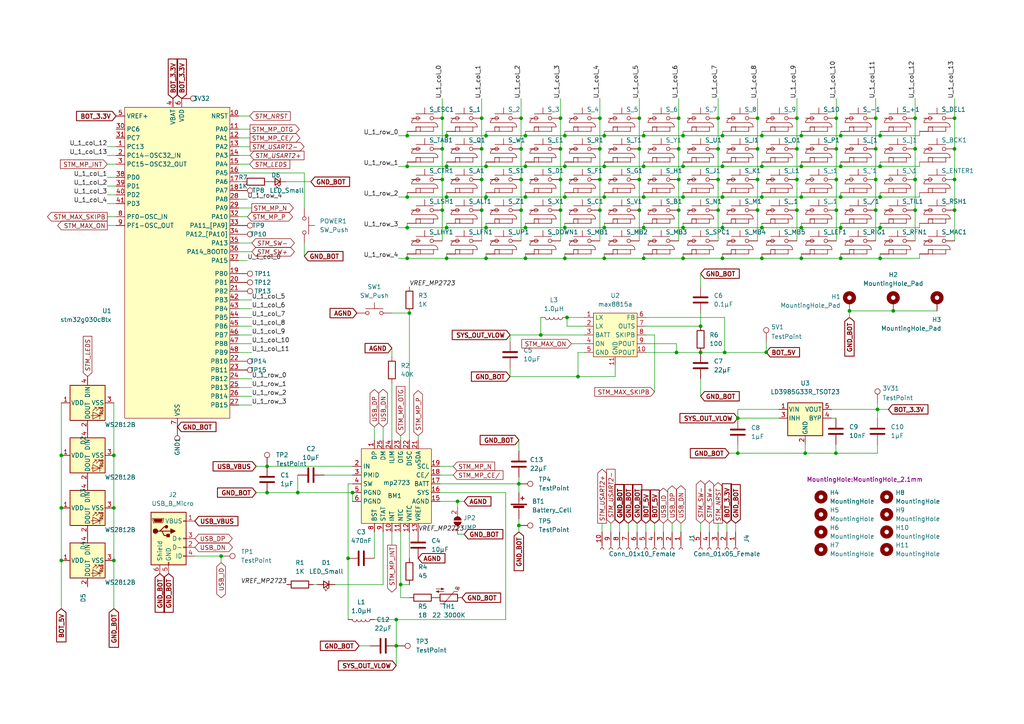
<source format=kicad_sch>
(kicad_sch (version 20211123) (generator eeschema)
  (paper "A4")
  (title_block (title "TAD bottom") (rev "0") (company "pepfof.com") (comment 1 "Tatianin A. & Ostapenko S."))
  (junction (at 100.965 161.925))
  (junction (at 129.54 48.26))
  (junction (at 208.28 43.18))
  (junction (at 140.97 39.37))
  (junction (at 255.27 48.26))
  (junction (at 156.845 97.155))
  (junction (at 77.47 142.875))
  (junction (at 243.84 48.26))
  (junction (at 186.69 57.15))
  (junction (at 118.11 57.15))
  (junction (at 209.55 48.26))
  (junction (at 129.54 39.37))
  (junction (at 140.97 74.93))
  (junction (at 132.715 145.415))
  (junction (at 186.69 39.37))
  (junction (at 246.38 90.17))
  (junction (at 220.98 48.26))
  (junction (at 265.43 43.18))
  (junction (at 175.26 57.15))
  (junction (at 220.98 74.93))
  (junction (at 276.86 43.18))
  (junction (at 243.84 57.15))
  (junction (at 209.55 66.04))
  (junction (at 276.86 52.07))
  (junction (at 152.4 66.04))
  (junction (at 140.97 66.04))
  (junction (at 17.78 147.32))
  (junction (at 118.11 66.04))
  (junction (at 185.42 34.29))
  (junction (at 196.85 43.18))
  (junction (at 259.08 90.17))
  (junction (at 265.43 60.96))
  (junction (at 254 34.29))
  (junction (at 173.99 34.29))
  (junction (at 242.57 60.96))
  (junction (at 232.41 66.04))
  (junction (at 118.11 39.37))
  (junction (at 185.42 43.18))
  (junction (at 162.56 43.18))
  (junction (at 185.42 60.96))
  (junction (at 140.97 48.26))
  (junction (at 163.83 57.15))
  (junction (at 162.56 52.07))
  (junction (at 33.02 147.32))
  (junction (at 243.84 74.93))
  (junction (at 167.64 109.22))
  (junction (at 243.84 39.37))
  (junction (at 198.12 48.26))
  (junction (at 139.7 34.29))
  (junction (at 173.99 60.96))
  (junction (at 276.86 60.96))
  (junction (at 102.235 142.875))
  (junction (at 118.11 48.26))
  (junction (at 186.69 74.93))
  (junction (at 220.98 57.15))
  (junction (at 128.27 52.07))
  (junction (at 196.85 34.29))
  (junction (at 254.508 118.745))
  (junction (at 222.25 102.1713))
  (junction (at 208.28 52.07))
  (junction (at 152.4 48.26))
  (junction (at 196.215 102.235))
  (junction (at 152.4 39.37))
  (junction (at 209.55 57.15))
  (junction (at 164.465 92.075))
  (junction (at 116.205 169.545))
  (junction (at 162.56 60.96))
  (junction (at 209.55 74.93))
  (junction (at 33.02 162.56))
  (junction (at 17.78 162.56))
  (junction (at 152.4 74.93))
  (junction (at 255.27 66.04))
  (junction (at 196.85 52.07))
  (junction (at 255.27 74.93))
  (junction (at 276.86 34.29))
  (junction (at 265.43 34.29))
  (junction (at 186.69 66.04))
  (junction (at 196.85 60.96))
  (junction (at 129.54 74.93))
  (junction (at 231.14 43.18))
  (junction (at 118.11 74.93))
  (junction (at 219.71 60.96))
  (junction (at 114.935 179.705))
  (junction (at 232.41 74.93))
  (junction (at 219.71 34.29))
  (junction (at 152.4 57.15))
  (junction (at 243.84 66.04))
  (junction (at 231.14 34.29))
  (junction (at 139.7 52.07))
  (junction (at 163.83 66.04))
  (junction (at 220.98 66.04))
  (junction (at 175.26 74.93))
  (junction (at 175.26 39.37))
  (junction (at 151.13 34.29))
  (junction (at 232.41 48.26))
  (junction (at 150.495 152.4))
  (junction (at 198.12 74.93))
  (junction (at 242.57 52.07))
  (junction (at 162.56 34.29))
  (junction (at 209.55 39.37))
  (junction (at 232.41 57.15))
  (junction (at 140.97 57.15))
  (junction (at 163.83 74.93))
  (junction (at 128.27 34.29))
  (junction (at 173.99 52.07))
  (junction (at 151.13 60.96))
  (junction (at 233.553 131.445))
  (junction (at 231.14 52.07))
  (junction (at 203.2 94.615))
  (junction (at 64.135 161.29))
  (junction (at 173.99 43.18))
  (junction (at 255.27 57.15))
  (junction (at 232.41 39.37))
  (junction (at 213.995 121.285))
  (junction (at 231.14 60.96))
  (junction (at 151.13 43.18))
  (junction (at 114.935 187.325))
  (junction (at 208.28 34.29))
  (junction (at 198.12 57.15))
  (junction (at 129.54 57.15))
  (junction (at 175.26 66.04))
  (junction (at 185.42 52.07))
  (junction (at 128.27 43.18))
  (junction (at 219.71 52.07))
  (junction (at 242.57 43.18))
  (junction (at 208.28 60.96))
  (junction (at 186.69 48.26))
  (junction (at 118.745 90.805))
  (junction (at 139.7 43.18))
  (junction (at 163.83 39.37))
  (junction (at 151.13 52.07))
  (junction (at 198.12 39.37))
  (junction (at 265.43 52.07))
  (junction (at 128.27 60.96))
  (junction (at 77.47 135.255))
  (junction (at 255.27 39.37))
  (junction (at 254 43.18))
  (junction (at 175.26 48.26))
  (junction (at 86.36 142.875))
  (junction (at 254 60.96))
  (junction (at 163.83 48.26))
  (junction (at 17.78 132.08))
  (junction (at 242.443 131.445))
  (junction (at 33.02 132.08))
  (junction (at 220.98 39.37))
  (junction (at 198.12 66.04))
  (junction (at 254 52.07))
  (junction (at 150.495 140.335))
  (junction (at 129.54 66.04))
  (junction (at 139.7 60.96))
  (junction (at 213.995 131.445))
  (junction (at 210.185 102.235))
  (junction (at 203.2 102.235))
  (junction (at 219.71 43.18))
  (junction (at 242.57 34.29))
  (wire (pts (xy 115.57 39.37) (xy 118.11 39.37)))
  (wire (pts (xy 194.945 151.765) (xy 194.945 154.305)))
  (wire (pts (xy 147.955 109.22) (xy 167.64 109.22)))
  (wire (pts (xy 108.585 179.705) (xy 114.935 179.705)))
  (wire (pts (xy 114.935 179.705) (xy 146.685 179.705)))
  (wire (pts (xy 175.26 74.93) (xy 186.69 74.93)))
  (wire (pts (xy 116.205 169.545) (xy 116.205 154.305)))
  (wire (pts (xy 118.745 169.545) (xy 116.205 169.545)))
  (wire (pts (xy 185.42 52.07) (xy 185.42 60.96)))
  (wire (pts (xy 131.445 135.255) (xy 127.635 135.255)))
  (wire (pts (xy 56.515 161.29) (xy 64.135 161.29)))
  (wire (pts (xy 156.845 97.155) (xy 169.545 97.155)))
  (wire (pts (xy 147.955 97.155) (xy 156.845 97.155)))
  (wire (pts (xy 220.98 39.37) (xy 220.98 38.1)))
  (wire (pts (xy 254 52.07) (xy 254 43.18)))
  (wire (pts (xy 173.99 60.96) (xy 173.99 52.07)))
  (wire (pts (xy 70.358 52.705) (xy 69.215 52.705)))
  (wire (pts (xy 243.84 74.93) (xy 255.27 74.93)))
  (wire (pts (xy 121.285 126.365) (xy 121.285 127.635)))
  (wire (pts (xy 152.4 66.04) (xy 163.83 66.04)))
  (wire (pts (xy 127.635 142.875) (xy 146.685 142.875)))
  (wire (pts (xy 146.685 142.875) (xy 146.685 179.705)))
  (wire (pts (xy 243.84 57.15) (xy 255.27 57.15)))
  (wire (pts (xy 246.38 90.17) (xy 259.08 90.17)))
  (wire (pts (xy 259.08 90.17) (xy 271.78 90.17)))
  (wire (pts (xy 231.14 60.96) (xy 231.14 69.85)))
  (wire (pts (xy 208.28 151.765) (xy 208.28 154.305)))
  (wire (pts (xy 152.4 48.26) (xy 152.4 46.99)))
  (wire (pts (xy 134.62 145.415) (xy 132.715 145.415)))
  (wire (pts (xy 31.115 51.435) (xy 33.655 51.435)))
  (wire (pts (xy 152.4 74.93) (xy 163.83 74.93)))
  (wire (pts (xy 220.98 64.77) (xy 220.98 66.04)))
  (wire (pts (xy 88.265 50.165) (xy 88.265 60.325)))
  (wire (pts (xy 69.215 50.165) (xy 88.265 50.165)))
  (wire (pts (xy 140.97 74.93) (xy 152.4 74.93)))
  (wire (pts (xy 151.13 34.29) (xy 151.13 43.18)))
  (wire (pts (xy 139.7 60.96) (xy 139.7 52.07)))
  (wire (pts (xy 189.865 97.155) (xy 187.325 97.155)))
  (wire (pts (xy 209.55 38.1) (xy 209.55 39.37)))
  (wire (pts (xy 71.755 62.865) (xy 69.215 62.865)))
  (wire (pts (xy 220.98 74.93) (xy 220.98 73.66)))
  (wire (pts (xy 73.025 92.075) (xy 69.215 92.075)))
  (wire (pts (xy 140.97 73.66) (xy 140.97 74.93)))
  (wire (pts (xy 254 52.07) (xy 254 60.96)))
  (wire (pts (xy 211.455 131.445) (xy 213.995 131.445)))
  (wire (pts (xy 242.443 131.445) (xy 254.508 131.445)))
  (wire (pts (xy 233.553 131.445) (xy 242.443 131.445)))
  (wire (pts (xy 213.995 118.745) (xy 225.933 118.745)))
  (wire (pts (xy 128.27 34.29) (xy 128.27 28.575)))
  (wire (pts (xy 118.11 55.88) (xy 118.11 57.15)))
  (wire (pts (xy 140.97 55.88) (xy 140.97 57.15)))
  (wire (pts (xy 129.54 39.37) (xy 129.54 38.1)))
  (wire (pts (xy 31.115 56.515) (xy 33.655 56.515)))
  (wire (pts (xy 152.4 74.93) (xy 152.4 73.66)))
  (wire (pts (xy 163.83 66.04) (xy 175.26 66.04)))
  (wire (pts (xy 209.55 74.93) (xy 220.98 74.93)))
  (wire (pts (xy 255.27 73.66) (xy 255.27 74.93)))
  (wire (pts (xy 72.39 33.655) (xy 69.215 33.655)))
  (wire (pts (xy 17.78 116.84) (xy 17.78 132.08)))
  (wire (pts (xy 17.78 132.08) (xy 17.78 147.32)))
  (wire (pts (xy 242.57 34.29) (xy 242.57 43.18)))
  (wire (pts (xy 209.55 57.15) (xy 220.98 57.15)))
  (wire (pts (xy 196.215 102.235) (xy 203.2 102.235)))
  (wire (pts (xy 187.325 102.235) (xy 196.215 102.235)))
  (wire (pts (xy 178.435 109.22) (xy 178.435 106.045)))
  (wire (pts (xy 64.135 163.195) (xy 64.135 161.29)))
  (wire (pts (xy 266.7 66.04) (xy 266.7 64.77)))
  (wire (pts (xy 243.84 57.15) (xy 243.84 55.88)))
  (wire (pts (xy 242.57 60.96) (xy 242.57 69.85)))
  (wire (pts (xy 163.83 38.1) (xy 163.83 39.37)))
  (wire (pts (xy 255.27 48.26) (xy 266.7 48.26)))
  (wire (pts (xy 185.42 34.29) (xy 185.42 28.575)))
  (wire (pts (xy 213.995 121.285) (xy 213.995 121.539)))
  (wire (pts (xy 232.41 48.26) (xy 243.84 48.26)))
  (wire (pts (xy 175.26 57.15) (xy 186.69 57.15)))
  (wire (pts (xy 242.57 34.29) (xy 242.57 28.575)))
  (wire (pts (xy 232.41 66.04) (xy 243.84 66.04)))
  (wire (pts (xy 265.43 34.29) (xy 265.43 43.18)))
  (wire (pts (xy 186.69 46.99) (xy 186.69 48.26)))
  (wire (pts (xy 115.57 74.93) (xy 118.11 74.93)))
  (wire (pts (xy 219.71 34.29) (xy 219.71 28.575)))
  (wire (pts (xy 152.4 39.37) (xy 163.83 39.37)))
  (wire (pts (xy 196.85 69.85) (xy 196.85 60.96)))
  (wire (pts (xy 167.64 102.235) (xy 167.64 109.22)))
  (wire (pts (xy 232.41 73.66) (xy 232.41 74.93)))
  (wire (pts (xy 196.215 99.695) (xy 196.215 102.235)))
  (wire (pts (xy 213.995 131.445) (xy 233.553 131.445)))
  (wire (pts (xy 152.4 39.37) (xy 152.4 38.1)))
  (wire (pts (xy 219.71 69.85) (xy 219.71 60.96)))
  (wire (pts (xy 232.41 55.88) (xy 232.41 57.15)))
  (wire (pts (xy 17.78 176.53) (xy 17.78 162.56)))
  (wire (pts (xy 104.14 187.325) (xy 107.315 187.325)))
  (wire (pts (xy 231.14 43.18) (xy 231.14 52.07)))
  (wire (pts (xy 198.12 39.37) (xy 198.12 38.1)))
  (wire (pts (xy 129.54 57.15) (xy 140.97 57.15)))
  (wire (pts (xy 265.43 43.18) (xy 265.43 52.07)))
  (wire (pts (xy 209.55 55.88) (xy 209.55 57.15)))
  (wire (pts (xy 73.025 102.235) (xy 69.215 102.235)))
  (wire (pts (xy 93.98 137.795) (xy 102.235 137.795)))
  (wire (pts (xy 140.97 39.37) (xy 152.4 39.37)))
  (wire (pts (xy 254.508 121.285) (xy 254.508 118.745)))
  (wire (pts (xy 73.025 70.485) (xy 69.215 70.485)))
  (wire (pts (xy 197.485 151.765) (xy 197.485 154.305)))
  (wire (pts (xy 187.325 151.765) (xy 187.325 154.305)))
  (wire (pts (xy 209.55 48.26) (xy 220.98 48.26)))
  (wire (pts (xy 242.57 52.07) (xy 242.57 60.96)))
  (wire (pts (xy 128.27 69.85) (xy 128.27 60.96)))
  (wire (pts (xy 74.295 142.875) (xy 77.47 142.875)))
  (wire (pts (xy 189.865 97.155) (xy 189.865 113.665)))
  (wire (pts (xy 219.71 60.96) (xy 219.71 52.07)))
  (wire (pts (xy 255.27 39.37) (xy 266.7 39.37)))
  (wire (pts (xy 139.7 34.29) (xy 139.7 28.575)))
  (wire (pts (xy 196.85 34.29) (xy 196.85 43.18)))
  (wire (pts (xy 167.64 102.235) (xy 169.545 102.235)))
  (wire (pts (xy 127.635 140.335) (xy 150.495 140.335)))
  (wire (pts (xy 150.495 140.335) (xy 150.495 142.875)))
  (wire (pts (xy 128.27 52.07) (xy 128.27 60.96)))
  (wire (pts (xy 220.98 57.15) (xy 220.98 55.88)))
  (wire (pts (xy 189.865 151.765) (xy 189.865 154.305)))
  (wire (pts (xy 73.025 94.615) (xy 69.215 94.615)))
  (wire (pts (xy 73.025 86.995) (xy 69.215 86.995)))
  (wire (pts (xy 73.025 109.855) (xy 69.215 109.855)))
  (wire (pts (xy 196.85 60.96) (xy 196.85 52.07)))
  (wire (pts (xy 198.12 39.37) (xy 209.55 39.37)))
  (wire (pts (xy 185.42 43.18) (xy 185.42 34.29)))
  (wire (pts (xy 187.325 99.695) (xy 196.215 99.695)))
  (wire (pts (xy 243.84 74.93) (xy 243.84 73.66)))
  (wire (pts (xy 186.69 39.37) (xy 198.12 39.37)))
  (wire (pts (xy 108.585 123.825) (xy 108.585 127.635)))
  (wire (pts (xy 118.11 64.77) (xy 118.11 66.04)))
  (wire (pts (xy 203.2 79.375) (xy 203.2 83.185)))
  (wire (pts (xy 254.508 116.84) (xy 254.508 118.745)))
  (wire (pts (xy 132.715 145.415) (xy 127.635 145.415)))
  (wire (pts (xy 213.995 121.285) (xy 213.995 118.745)))
  (wire (pts (xy 209.55 46.99) (xy 209.55 48.26)))
  (wire (pts (xy 151.13 52.07) (xy 151.13 60.96)))
  (wire (pts (xy 255.27 46.99) (xy 255.27 48.26)))
  (wire (pts (xy 173.99 52.07) (xy 173.99 43.18)))
  (wire (pts (xy 220.98 48.26) (xy 220.98 46.99)))
  (wire (pts (xy 210.82 151.765) (xy 210.82 154.305)))
  (wire (pts (xy 73.025 97.155) (xy 69.215 97.155)))
  (wire (pts (xy 243.84 64.77) (xy 243.84 66.04)))
  (wire (pts (xy 198.12 57.15) (xy 209.55 57.15)))
  (wire (pts (xy 140.97 48.26) (xy 152.4 48.26)))
  (wire (pts (xy 164.465 94.615) (xy 169.545 94.615)))
  (wire (pts (xy 164.465 92.075) (xy 164.465 94.615)))
  (wire (pts (xy 164.465 92.075) (xy 169.545 92.075)))
  (wire (pts (xy 232.41 74.93) (xy 243.84 74.93)))
  (wire (pts (xy 220.98 39.37) (xy 232.41 39.37)))
  (wire (pts (xy 198.12 66.04) (xy 209.55 66.04)))
  (wire (pts (xy 185.42 69.85) (xy 185.42 60.96)))
  (wire (pts (xy 31.115 47.625) (xy 33.655 47.625)))
  (wire (pts (xy 118.11 48.26) (xy 129.54 48.26)))
  (wire (pts (xy 162.56 34.29) (xy 162.56 28.575)))
  (wire (pts (xy 88.265 74.295) (xy 88.265 70.485)))
  (wire (pts (xy 111.125 169.545) (xy 111.125 154.305)))
  (wire (pts (xy 97.155 169.545) (xy 111.125 169.545)))
  (wire (pts (xy 147.955 97.155) (xy 147.955 99.06)))
  (wire (pts (xy 186.69 55.88) (xy 186.69 57.15)))
  (wire (pts (xy 128.27 34.29) (xy 128.27 43.18)))
  (wire (pts (xy 184.785 151.765) (xy 184.785 154.305)))
  (wire (pts (xy 276.86 43.18) (xy 276.86 52.07)))
  (wire (pts (xy 186.69 74.93) (xy 198.12 74.93)))
  (wire (pts (xy 208.28 34.29) (xy 208.28 28.575)))
  (wire (pts (xy 165.735 99.695) (xy 169.545 99.695)))
  (wire (pts (xy 115.57 48.26) (xy 118.11 48.26)))
  (wire (pts (xy 114.935 179.705) (xy 114.935 187.325)))
  (wire (pts (xy 114.935 187.325) (xy 114.935 193.04)))
  (wire (pts (xy 186.69 48.26) (xy 198.12 48.26)))
  (wire (pts (xy 139.7 52.07) (xy 139.7 43.18)))
  (wire (pts (xy 198.12 74.93) (xy 198.12 73.66)))
  (wire (pts (xy 173.99 34.29) (xy 173.99 28.575)))
  (wire (pts (xy 72.517 45.085) (xy 69.215 45.085)))
  (wire (pts (xy 182.245 151.765) (xy 182.245 154.305)))
  (wire (pts (xy 255.27 74.93) (xy 266.7 74.93)))
  (wire (pts (xy 219.71 34.29) (xy 219.71 43.18)))
  (wire (pts (xy 72.517 42.545) (xy 69.215 42.545)))
  (wire (pts (xy 186.69 66.04) (xy 186.69 64.77)))
  (wire (pts (xy 266.7 39.37) (xy 266.7 38.1)))
  (wire (pts (xy 151.13 34.29) (xy 151.13 28.575)))
  (wire (pts (xy 233.553 131.445) (xy 233.553 128.905)))
  (wire (pts (xy 231.14 34.29) (xy 231.14 28.575)))
  (wire (pts (xy 243.84 48.26) (xy 255.27 48.26)))
  (wire (pts (xy 175.26 57.15) (xy 175.26 55.88)))
  (wire (pts (xy 175.26 48.26) (xy 186.69 48.26)))
  (wire (pts (xy 102.235 142.875) (xy 102.235 145.415)))
  (wire (pts (xy 152.4 57.15) (xy 163.83 57.15)))
  (wire (pts (xy 254.508 131.445) (xy 254.508 128.905)))
  (wire (pts (xy 203.2 114.935) (xy 203.2 109.855)))
  (wire (pts (xy 150.495 138.43) (xy 150.495 140.335)))
  (wire (pts (xy 185.42 52.07) (xy 185.42 43.18)))
  (wire (pts (xy 129.54 57.15) (xy 129.54 55.88)))
  (wire (pts (xy 266.7 74.93) (xy 266.7 73.66)))
  (wire (pts (xy 220.98 66.04) (xy 232.41 66.04)))
  (wire (pts (xy 131.445 137.795) (xy 127.635 137.795)))
  (wire (pts (xy 276.86 43.18) (xy 276.86 34.29)))
  (wire (pts (xy 265.43 60.96) (xy 265.43 69.85)))
  (wire (pts (xy 86.36 142.875) (xy 102.235 142.875)))
  (wire (pts (xy 208.28 43.18) (xy 208.28 34.29)))
  (wire (pts (xy 151.13 52.07) (xy 151.13 43.18)))
  (wire (pts (xy 243.84 39.37) (xy 243.84 38.1)))
  (wire (pts (xy 241.173 118.745) (xy 254.508 118.745)))
  (wire (pts (xy 254.508 118.745) (xy 257.683 118.745)))
  (wire (pts (xy 213.995 121.285) (xy 225.933 121.285)))
  (wire (pts (xy 118.11 57.15) (xy 129.54 57.15)))
  (wire (pts (xy 113.665 111.125) (xy 113.665 127.635)))
  (wire (pts (xy 73.025 112.395) (xy 69.215 112.395)))
  (wire (pts (xy 186.69 57.15) (xy 198.12 57.15)))
  (wire (pts (xy 139.7 43.18) (xy 139.7 34.29)))
  (wire (pts (xy 175.26 39.37) (xy 175.26 38.1)))
  (wire (pts (xy 186.69 73.66) (xy 186.69 74.93)))
  (wire (pts (xy 232.41 57.15) (xy 243.84 57.15)))
  (wire (pts (xy 118.745 127.635) (xy 118.745 90.805)))
  (wire (pts (xy 113.665 90.805) (xy 118.745 90.805)))
  (wire (pts (xy 209.55 66.04) (xy 220.98 66.04)))
  (wire (pts (xy 140.97 66.04) (xy 152.4 66.04)))
  (wire (pts (xy 73.025 114.935) (xy 69.215 114.935)))
  (wire (pts (xy 243.84 39.37) (xy 255.27 39.37)))
  (wire (pts (xy 152.4 48.26) (xy 163.83 48.26)))
  (wire (pts (xy 208.28 69.85) (xy 208.28 60.96)))
  (wire (pts (xy 198.12 48.26) (xy 209.55 48.26)))
  (wire (pts (xy 77.47 135.255) (xy 102.235 135.255)))
  (wire (pts (xy 116.205 173.355) (xy 118.745 173.355)))
  (wire (pts (xy 209.55 39.37) (xy 220.98 39.37)))
  (wire (pts (xy 140.97 38.1) (xy 140.97 39.37)))
  (wire (pts (xy 213.995 131.445) (xy 213.995 129.159)))
  (wire (pts (xy 129.54 66.04) (xy 129.54 64.77)))
  (wire (pts (xy 163.83 55.88) (xy 163.83 57.15)))
  (wire (pts (xy 210.185 102.235) (xy 222.25 102.235)))
  (wire (pts (xy 203.2 102.235) (xy 210.185 102.235)))
  (wire (pts (xy 118.11 46.99) (xy 118.11 48.26)))
  (wire (pts (xy 246.38 92.0749) (xy 246.38 90.17)))
  (wire (pts (xy 209.55 73.66) (xy 209.55 74.93)))
  (wire (pts (xy 242.57 52.07) (xy 242.57 43.18)))
  (wire (pts (xy 113.665 100.965) (xy 113.665 103.505)))
  (wire (pts (xy 72.517 37.465) (xy 69.215 37.465)))
  (wire (pts (xy 255.27 66.04) (xy 266.7 66.04)))
  (wire (pts (xy 167.64 109.22) (xy 178.435 109.22)))
  (wire (pts (xy 243.84 66.04) (xy 255.27 66.04)))
  (wire (pts (xy 186.69 66.04) (xy 198.12 66.04)))
  (wire (pts (xy 140.97 46.99) (xy 140.97 48.26)))
  (wire (pts (xy 72.517 40.005) (xy 69.215 40.005)))
  (wire (pts (xy 208.28 52.07) (xy 208.28 43.18)))
  (wire (pts (xy 156.845 92.075) (xy 156.845 97.155)))
  (wire (pts (xy 163.83 39.37) (xy 175.26 39.37)))
  (wire (pts (xy 173.99 69.85) (xy 173.99 60.96)))
  (wire (pts (xy 232.41 46.99) (xy 232.41 48.26)))
  (wire (pts (xy 254 43.18) (xy 254 34.29)))
  (wire (pts (xy 118.11 74.93) (xy 129.54 74.93)))
  (wire (pts (xy 102.235 140.335) (xy 100.965 140.335)))
  (wire (pts (xy 100.965 140.335) (xy 100.965 161.925)))
  (wire (pts (xy 108.585 154.305) (xy 108.585 161.925)))
  (wire (pts (xy 31.115 53.975) (xy 33.655 53.975)))
  (wire (pts (xy 254 34.29) (xy 254 28.575)))
  (wire (pts (xy 31.115 65.405) (xy 33.655 65.405)))
  (wire (pts (xy 266.7 57.15) (xy 266.7 55.88)))
  (wire (pts (xy 118.745 161.925) (xy 118.745 154.305)))
  (wire (pts (xy 162.56 52.07) (xy 162.56 60.96)))
  (wire (pts (xy 73.025 117.475) (xy 69.215 117.475)))
  (wire (pts (xy 113.665 158.115) (xy 113.665 154.305)))
  (wire (pts (xy 152.4 64.77) (xy 152.4 66.04)))
  (wire (pts (xy 222.25 102.235) (xy 222.25 102.1713)))
  (wire (pts (xy 129.54 74.93) (xy 140.97 74.93)))
  (wire (pts (xy 219.71 52.07) (xy 219.71 43.18)))
  (wire (pts (xy 129.54 48.26) (xy 129.54 46.99)))
  (wire (pts (xy 175.26 48.26) (xy 175.26 46.99)))
  (wire (pts (xy 90.17 52.705) (xy 83.058 52.705)))
  (wire (pts (xy 243.84 48.26) (xy 243.84 46.99)))
  (wire (pts (xy 31.115 42.545) (xy 33.655 42.545)))
  (wire (pts (xy 163.83 73.66) (xy 163.83 74.93)))
  (wire (pts (xy 111.125 123.825) (xy 111.125 127.635)))
  (wire (pts (xy 115.57 66.04) (xy 118.11 66.04)))
  (wire (pts (xy 220.98 48.26) (xy 232.41 48.26)))
  (wire (pts (xy 203.2 94.615) (xy 187.325 94.615)))
  (wire (pts (xy 17.78 162.56) (xy 17.78 147.32)))
  (wire (pts (xy 198.12 57.15) (xy 198.12 55.88)))
  (wire (pts (xy 163.83 48.26) (xy 175.26 48.26)))
  (wire (pts (xy 86.36 137.795) (xy 86.36 142.875)))
  (wire (pts (xy 265.43 34.29) (xy 265.43 28.575)))
  (wire (pts (xy 255.27 66.04) (xy 255.27 64.77)))
  (wire (pts (xy 33.02 162.56) (xy 33.02 176.53)))
  (wire (pts (xy 33.02 116.84) (xy 33.02 132.08)))
  (wire (pts (xy 33.02 132.08) (xy 33.02 147.32)))
  (wire (pts (xy 33.02 147.32) (xy 33.02 162.56)))
  (wire (pts (xy 232.41 38.1) (xy 232.41 39.37)))
  (wire (pts (xy 266.7 48.26) (xy 266.7 46.99)))
  (wire (pts (xy 73.025 89.535) (xy 69.215 89.535)))
  (wire (pts (xy 134.62 154.94) (xy 132.715 154.94)))
  (wire (pts (xy 129.54 48.26) (xy 140.97 48.26)))
  (wire (pts (xy 118.11 38.1) (xy 118.11 39.37)))
  (wire (pts (xy 175.26 64.77) (xy 175.26 66.04)))
  (wire (pts (xy 232.41 66.04) (xy 232.41 64.77)))
  (wire (pts (xy 147.955 109.22) (xy 147.955 106.68)))
  (wire (pts (xy 132.715 147.32) (xy 132.715 145.415)))
  (wire (pts (xy 255.27 38.1) (xy 255.27 39.37)))
  (wire (pts (xy 77.47 142.875) (xy 86.36 142.875)))
  (wire (pts (xy 163.83 57.15) (xy 175.26 57.15)))
  (wire (pts (xy 276.86 60.96) (xy 276.86 69.85)))
  (wire (pts (xy 196.85 52.07) (xy 196.85 43.18)))
  (wire (pts (xy 163.83 66.04) (xy 163.83 64.77)))
  (wire (pts (xy 255.27 57.15) (xy 266.7 57.15)))
  (wire (pts (xy 276.86 34.29) (xy 276.86 28.575)))
  (wire (pts (xy 140.97 64.77) (xy 140.97 66.04)))
  (wire (pts (xy 220.98 57.15) (xy 232.41 57.15)))
  (wire (pts (xy 198.12 48.26) (xy 198.12 46.99)))
  (wire (pts (xy 175.26 74.93) (xy 175.26 73.66)))
  (wire (pts (xy 213.36 151.765) (xy 213.36 154.305)))
  (wire (pts (xy 129.54 74.93) (xy 129.54 73.66)))
  (wire (pts (xy 129.54 39.37) (xy 140.97 39.37)))
  (wire (pts (xy 73.025 99.695) (xy 69.215 99.695)))
  (wire (pts (xy 118.11 39.37) (xy 129.54 39.37)))
  (wire (pts (xy 150.495 152.4) (xy 150.495 150.495)))
  (wire (pts (xy 150.495 154.305) (xy 150.495 152.4)))
  (wire (pts (xy 163.83 74.93) (xy 175.26 74.93)))
  (wire (pts (xy 242.443 131.445) (xy 242.443 128.905)))
  (wire (pts (xy 220.98 74.93) (xy 232.41 74.93)))
  (wire (pts (xy 72.39 47.625) (xy 69.215 47.625)))
  (wire (pts (xy 208.28 52.07) (xy 208.28 60.96)))
  (wire (pts (xy 71.755 75.565) (xy 69.215 75.565)))
  (wire (pts (xy 222.25 99.06) (xy 222.25 102.1713)))
  (wire (pts (xy 90.805 169.545) (xy 92.075 169.545)))
  (wire (pts (xy 231.14 52.07) (xy 231.14 60.96)))
  (wire (pts (xy 177.165 151.765) (xy 177.165 154.305)))
  (wire (pts (xy 173.99 34.29) (xy 173.99 43.18)))
  (wire (pts (xy 254 69.85) (xy 254 60.96)))
  (wire (pts (xy 203.2 151.765) (xy 203.2 154.305)))
  (wire (pts (xy 242.443 121.285) (xy 241.173 121.285)))
  (wire (pts (xy 150.495 127.635) (xy 150.495 130.81)))
  (wire (pts (xy 116.205 126.365) (xy 116.205 127.635)))
  (wire (pts (xy 128.27 52.07) (xy 128.27 43.18)))
  (wire (pts (xy 152.4 57.15) (xy 152.4 55.88)))
  (wire (pts (xy 129.54 66.04) (xy 140.97 66.04)))
  (wire (pts (xy 175.26 66.04) (xy 186.69 66.04)))
  (wire (pts (xy 162.56 69.85) (xy 162.56 60.96)))
  (wire (pts (xy 175.26 39.37) (xy 186.69 39.37)))
  (wire (pts (xy 187.325 92.075) (xy 210.185 92.075)))
  (wire (pts (xy 210.185 92.075) (xy 210.185 102.235)))
  (wire (pts (xy 162.56 43.18) (xy 162.56 34.29)))
  (wire (pts (xy 198.12 74.93) (xy 209.55 74.93)))
  (wire (pts (xy 192.405 151.765) (xy 192.405 154.305)))
  (wire (pts (xy 151.13 60.96) (xy 151.13 69.85)))
  (wire (pts (xy 115.57 57.15) (xy 118.11 57.15)))
  (wire (pts (xy 231.14 43.18) (xy 231.14 34.29)))
  (wire (pts (xy 198.12 64.77) (xy 198.12 66.04)))
  (wire (pts (xy 71.755 57.785) (xy 69.215 57.785)))
  (wire (pts (xy 100.965 161.925) (xy 100.965 179.705)))
  (wire (pts (xy 140.97 57.15) (xy 152.4 57.15)))
  (wire (pts (xy 31.115 62.865) (xy 33.655 62.865)))
  (wire (pts (xy 116.205 169.545) (xy 116.205 173.355)))
  (wire (pts (xy 118.11 73.66) (xy 118.11 74.93)))
  (wire (pts (xy 73.025 60.325) (xy 69.215 60.325)))
  (wire (pts (xy 31.115 45.085) (xy 33.655 45.085)))
  (wire (pts (xy 205.74 151.765) (xy 205.74 154.305)))
  (wire (pts (xy 255.27 55.88) (xy 255.27 57.15)))
  (wire (pts (xy 139.7 69.85) (xy 139.7 60.96)))
  (wire (pts (xy 186.69 38.1) (xy 186.69 39.37)))
  (wire (pts (xy 196.85 34.29) (xy 196.85 28.575)))
  (wire (pts (xy 31.115 59.055) (xy 33.655 59.055)))
  (wire (pts (xy 162.56 52.07) (xy 162.56 43.18)))
  (wire (pts (xy 118.11 66.04) (xy 129.54 66.04)))
  (wire (pts (xy 203.2 90.805) (xy 203.2 94.615)))
  (wire (pts (xy 163.83 46.99) (xy 163.83 48.26)))
  (wire (pts (xy 174.625 151.765) (xy 174.625 154.305)))
  (wire (pts (xy 74.295 135.255) (xy 77.47 135.255)))
  (wire (pts (xy 276.86 52.07) (xy 276.86 60.96)))
  (wire (pts (xy 209.55 66.04) (xy 209.55 64.77)))
  (wire (pts (xy 265.43 52.07) (xy 265.43 60.96)))
  (wire (pts (xy 232.41 39.37) (xy 243.84 39.37)))
  (wire (pts (xy 73.025 73.025) (xy 69.215 73.025)))
  (wire (pts (xy 179.705 151.765) (xy 179.705 154.305)))
  (label "U_1_row_0" (at 73.025 109.855 0))
  (label "U_1_col_9" (at 73.025 97.155 0))
  (label "U_1_col_4" (at 173.99 28.575 90))
  (label "U_1_col_1" (at 31.115 51.435 180))
  (label "VREF_MP2723" (at 83.185 169.545 180) (effects (font italic)))
  (label "U_1_col_3" (at 162.56 28.575 90))
  (label "U_1_col_6" (at 196.85 28.575 90))
  (label "U_1_col_13" (at 31.115 45.085 180))
  (label "U_1_row_1" (at 73.025 112.395 0))
  (label "U_1_col_0" (at 71.755 75.565 0))
  (label "U_1_col_13" (at 276.86 28.575 90))
  (label "U_1_row_4" (at 71.755 57.785 0))
  (label "U_1_col_0" (at 128.27 28.575 90))
  (label "U_1_row_0" (at 115.57 39.37 180))
  (label "U_1_col_11" (at 73.025 102.235 0))
  (label "VREF_MP2723" (at 118.745 83.185 0) (effects (font italic)))
  (label "U_1_col_7" (at 208.28 28.575 90))
  (label "U_1_col_1" (at 139.7 28.575 90))
  (label "U_1_col_3" (at 31.115 56.515 180))
  (label "U_1_row_2" (at 115.57 57.15 180))
  (label "U_1_col_2" (at 31.115 53.975 180))
  (label "U_1_col_8" (at 219.71 28.575 90))
  (label "U_1_row_2" (at 73.025 114.935 0))
  (label "U_1_col_5" (at 73.025 86.995 0))
  (label "U_1_col_11" (at 254 28.575 90))
  (label "U_1_col_10" (at 242.57 28.575 90))
  (label "U_1_col_4" (at 31.115 59.055 180))
  (label "U_1_row_3" (at 115.57 66.04 180))
  (label "U_1_row_3" (at 73.025 117.475 0))
  (label "VREF_MP2723" (at 121.285 154.305 0) (effects (font italic)))
  (label "U_1_col_10" (at 73.025 99.695 0))
  (label "U_1_row_1" (at 115.57 48.26 180))
  (label "U_1_col_8" (at 73.025 94.615 0))
  (label "U_1_col_7" (at 73.025 92.075 0))
  (label "U_1_col_12" (at 265.43 28.575 90))
  (label "U_1_col_12" (at 31.115 42.545 180))
  (label "U_1_col_2" (at 151.13 28.575 90))
  (label "U_1_row_4" (at 115.57 74.93 180))
  (label "U_1_col_5" (at 185.42 28.575 90))
  (label "U_1_col_9" (at 231.14 28.575 90))
  (label "U_1_col_6" (at 73.025 89.535 0))
  (global_label "STM_MP_P" (shape bidirectional) (at 71.755 62.865 0) (property "Intersheet References" "${INTERSHEET_REFS}" (effects hide)))
  (global_label "STM_USART2+" (shape output) (at 174.625 151.765 90) (effects (font italic)) (property "Intersheet References" "${INTERSHEET_REFS}" (effects hide)))
  (global_label "BOT_3.3V" (shape input) (at 50.165 28.575 90) (effects (font (thickness 0.254) bold)) (property "Intersheet References" "${INTERSHEET_REFS}" (effects hide)))
  (global_label "GND_BOT" (shape input) (at 51.435 123.825 0) (effects (font (thickness 0.254) bold)) (property "Intersheet References" "${INTERSHEET_REFS}" (effects hide)))
  (global_label "AGND" (shape input) (at 121.285 161.925 0) (effects (font (thickness 0.254) bold)) (property "Intersheet References" "${INTERSHEET_REFS}" (effects hide)))
  (global_label "BOT_5V" (shape input) (at 189.865 151.765 90) (effects (font (thickness 0.254) bold)) (property "Intersheet References" "${INTERSHEET_REFS}" (effects hide)))
  (global_label "STM_MP_CE{slash}" (shape input) (at 131.445 137.795 0) (property "Intersheet References" "${INTERSHEET_REFS}" (effects hide)))
  (global_label "GND_BOT" (shape input) (at 90.17 52.705 0) (effects (font (thickness 0.254) bold)) (property "Intersheet References" "${INTERSHEET_REFS}" (effects hide)))
  (global_label "GND_BOT" (shape input) (at 147.955 109.22 180) (effects (font (thickness 0.254) bold)) (property "Intersheet References" "${INTERSHEET_REFS}" (effects hide)))
  (global_label "GND_BOT" (shape input) (at 213.36 151.765 90) (effects (font (thickness 0.254) bold)) (property "Intersheet References" "${INTERSHEET_REFS}" (effects hide)))
  (global_label "BOT_5V" (shape input) (at 222.25 102.1713 0) (effects (font (thickness 0.254) bold)) (property "Intersheet References" "${INTERSHEET_REFS}" (effects hide)))
  (global_label "STM_LEDS" (shape input) (at 25.4 109.22 90) (effects (font italic)) (property "Intersheet References" "${INTERSHEET_REFS}" (effects hide)))
  (global_label "STM_USART2-" (shape output) (at 72.517 42.545 0) (effects (font italic)) (property "Intersheet References" "${INTERSHEET_REFS}" (effects hide)))
  (global_label "STM_SW-" (shape bidirectional) (at 203.2 151.765 90) (effects (font italic)) (property "Intersheet References" "${INTERSHEET_REFS}" (effects hide)))
  (global_label "GND_BOT" (shape input) (at 133.985 173.355 0) (effects (font (thickness 0.254) bold)) (property "Intersheet References" "${INTERSHEET_REFS}" (effects hide)))
  (global_label "STM_MP_CE{slash}" (shape output) (at 72.517 40.005 0) (property "Intersheet References" "${INTERSHEET_REFS}" (effects hide)))
  (global_label "USB_DP" (shape bidirectional) (at 108.585 123.825 90) (property "Intersheet References" "${INTERSHEET_REFS}" (effects hide)))
  (global_label "BOT_3.3V" (shape input) (at 257.683 118.745 0) (effects (font (thickness 0.254) bold)) (property "Intersheet References" "${INTERSHEET_REFS}" (effects hide)))
  (global_label "AGND" (shape input) (at 134.62 145.415 0) (effects (font (thickness 0.254) bold)) (property "Intersheet References" "${INTERSHEET_REFS}" (effects hide)))
  (global_label "STM_MP_OTG" (shape input) (at 116.205 126.365 90) (property "Intersheet References" "${INTERSHEET_REFS}" (effects hide)))
  (global_label "GND_BOT" (shape input) (at 48.895 166.37 270) (effects (font (thickness 0.254) bold)) (property "Intersheet References" "${INTERSHEET_REFS}" (effects hide)))
  (global_label "STM_MAX_ON" (shape input) (at 165.735 99.695 180) (property "Intersheet References" "${INTERSHEET_REFS}" (effects hide)))
  (global_label "USB_DN" (shape bidirectional) (at 197.485 151.765 90) (property "Intersheet References" "${INTERSHEET_REFS}" (effects hide)))
  (global_label "GND_BOT" (shape input) (at 74.295 142.875 180) (effects (font (thickness 0.254) bold)) (property "Intersheet References" "${INTERSHEET_REFS}" (effects hide)))
  (global_label "STM_SW-" (shape bidirectional) (at 73.025 70.485 0) (effects (font italic)) (property "Intersheet References" "${INTERSHEET_REFS}" (effects hide)))
  (global_label "GND_BOT" (shape input) (at 211.455 131.445 180) (effects (font (thickness 0.254) bold)) (property "Intersheet References" "${INTERSHEET_REFS}" (effects hide)))
  (global_label "STM_SW+" (shape bidirectional) (at 205.74 151.765 90) (effects (font italic)) (property "Intersheet References" "${INTERSHEET_REFS}" (effects hide)))
  (global_label "STM_MP_N" (shape input) (at 131.445 135.255 0) (property "Intersheet References" "${INTERSHEET_REFS}" (effects hide)))
  (global_label "USB_ID" (shape bidirectional) (at 64.135 163.195 270) (property "Intersheet References" "${INTERSHEET_REFS}" (effects hide)))
  (global_label "BOT_3.3V" (shape input) (at 210.82 151.765 90) (effects (font (thickness 0.254) bold)) (property "Intersheet References" "${INTERSHEET_REFS}" (effects hide)))
  (global_label "STM_MP_P" (shape bidirectional) (at 121.285 126.365 90) (property "Intersheet References" "${INTERSHEET_REFS}" (effects hide)))
  (global_label "GND_BOT" (shape input) (at 46.355 166.37 270) (effects (font (thickness 0.254) bold)) (property "Intersheet References" "${INTERSHEET_REFS}" (effects hide)))
  (global_label "USB_DN" (shape bidirectional) (at 56.515 158.75 0) (property "Intersheet References" "${INTERSHEET_REFS}" (effects hide)))
  (global_label "SYS_OUT_VLOW" (shape input) (at 147.955 97.155 180) (effects (font (thickness 0.254) bold)) (property "Intersheet References" "${INTERSHEET_REFS}" (effects hide)))
  (global_label "STM_MAX_SKIPB" (shape input) (at 189.865 113.665 180) (property "Intersheet References" "${INTERSHEET_REFS}" (effects hide)))
  (global_label "GND_BOT" (shape input) (at 179.705 151.765 90) (effects (font (thickness 0.254) bold)) (property "Intersheet References" "${INTERSHEET_REFS}" (effects hide)))
  (global_label "SYS_OUT_VLOW" (shape input) (at 213.995 121.2849 180) (effects (font (thickness 0.254) bold)) (property "Intersheet References" "${INTERSHEET_REFS}" (effects hide)))
  (global_label "GND_BOT" (shape input) (at 104.14 187.325 180) (effects (font (thickness 0.254) bold)) (property "Intersheet References" "${INTERSHEET_REFS}" (effects hide)))
  (global_label "GND_BOT" (shape input) (at 134.62 154.94 0) (effects (font (thickness 0.254) bold)) (property "Intersheet References" "${INTERSHEET_REFS}" (effects hide)))
  (global_label "SYS_OUT_VLOW" (shape input) (at 114.935 193.04 180) (effects (font (thickness 0.254) bold)) (property "Intersheet References" "${INTERSHEET_REFS}" (effects hide)))
  (global_label "USB_DP" (shape bidirectional) (at 56.515 156.21 0) (property "Intersheet References" "${INTERSHEET_REFS}" (effects hide)))
  (global_label "GND_BOT" (shape input) (at 33.02 176.53 270) (effects (font (thickness 0.254) bold)) (property "Intersheet References" "${INTERSHEET_REFS}" (effects hide)))
  (global_label "GND_BOT" (shape input) (at 150.495 127.635 180) (effects (font (thickness 0.254) bold)) (property "Intersheet References" "${INTERSHEET_REFS}" (effects hide)))
  (global_label "GND_BOT" (shape input) (at 179.705 151.765 90) (effects (font (thickness 0.254) bold)) (property "Intersheet References" "${INTERSHEET_REFS}" (effects hide)))
  (global_label "USB_ID" (shape bidirectional) (at 192.405 151.765 90) (property "Intersheet References" "${INTERSHEET_REFS}" (effects hide)))
  (global_label "BOT_3.3V" (shape input) (at 52.705 28.575 90) (effects (font (thickness 0.254) bold)) (property "Intersheet References" "${INTERSHEET_REFS}" (effects hide)))
  (global_label "STM_USART2-" (shape input) (at 177.165 151.765 90) (effects (font italic)) (property "Intersheet References" "${INTERSHEET_REFS}" (effects hide)))
  (global_label "USB_VBUS" (shape input) (at 74.295 135.255 180) (effects (font (thickness 0.254) bold)) (property "Intersheet References" "${INTERSHEET_REFS}" (effects hide)))
  (global_label "STM_MP_N" (shape output) (at 73.025 60.325 0) (property "Intersheet References" "${INTERSHEET_REFS}" (effects hide)))
  (global_label "STM_MP_INT" (shape input) (at 31.115 47.625 180) (property "Intersheet References" "${INTERSHEET_REFS}" (effects hide)))
  (global_label "BOT_5V" (shape input) (at 17.78 176.53 270) (effects (font (thickness 0.254) bold)) (property "Intersheet References" "${INTERSHEET_REFS}" (effects hide)))
  (global_label "STM_NRST" (shape input) (at 72.39 33.655 0) (effects (font italic)) (property "Intersheet References" "${INTERSHEET_REFS}" (effects hide)))
  (global_label "BOT_5V" (shape input) (at 187.325 151.765 90) (effects (font (thickness 0.254) bold)) (property "Intersheet References" "${INTERSHEET_REFS}" (effects hide)))
  (global_label "STM_MAX_SKIPB" (shape output) (at 31.115 62.865 180) (property "Intersheet References" "${INTERSHEET_REFS}" (effects hide)))
  (global_label "AGND" (shape input) (at 113.665 100.965 180) (effects (font (thickness 0.254) bold)) (property "Intersheet References" "${INTERSHEET_REFS}" (effects hide)))
  (global_label "GND_BOT" (shape input) (at 150.495 154.305 270) (effects (font (thickness 0.254) bold)) (property "Intersheet References" "${INTERSHEET_REFS}" (effects hide)))
  (global_label "GND_BOT" (shape input) (at 203.2 114.935 0) (effects (font (thickness 0.254) bold)) (property "Intersheet References" "${INTERSHEET_REFS}" (effects hide)))
  (global_label "STM_SW+" (shape bidirectional) (at 73.025 73.025 0) (effects (font italic)) (property "Intersheet References" "${INTERSHEET_REFS}" (effects hide)))
  (global_label "GND_BOT" (shape input) (at 182.245 151.765 90) (effects (font (thickness 0.254) bold)) (property "Intersheet References" "${INTERSHEET_REFS}" (effects hide)))
  (global_label "AGND" (shape input) (at 103.505 90.805 180) (effects (font (thickness 0.254) bold)) (property "Intersheet References" "${INTERSHEET_REFS}" (effects hide)))
  (global_label "USB_DN" (shape bidirectional) (at 111.125 123.825 90) (property "Intersheet References" "${INTERSHEET_REFS}" (effects hide)))
  (global_label "STM_MP_INT" (shape output) (at 113.665 158.115 270) (property "Intersheet References" "${INTERSHEET_REFS}" (effects hide)))
  (global_label "STM_MAX_ON" (shape output) (at 31.115 65.405 180) (property "Intersheet References" "${INTERSHEET_REFS}" (effects hide)))
  (global_label "BOT_3.3V" (shape input) (at 33.655 33.655 180) (effects (font (thickness 0.254) bold)) (property "Intersheet References" "${INTERSHEET_REFS}" (effects hide)))
  (global_label "USB_VBUS" (shape input) (at 56.515 151.13 0) (effects (font (thickness 0.254) bold)) (property "Intersheet References" "${INTERSHEET_REFS}" (effects hide)))
  (global_label "STM_MP_OTG" (shape output) (at 72.517 37.465 0) (property "Intersheet References" "${INTERSHEET_REFS}" (effects hide)))
  (global_label "GND_BOT" (shape input) (at 246.38 92.0749 270) (effects (font (thickness 0.254) bold)) (property "Intersheet References" "${INTERSHEET_REFS}" (effects hide)))
  (global_label "GND_BOT" (shape input) (at 88.265 74.295 0) (effects (font (thickness 0.254) bold)) (property "Intersheet References" "${INTERSHEET_REFS}" (effects hide)))
  (global_label "STM_USART2+" (shape input) (at 72.517 45.085 0) (effects (font italic)) (property "Intersheet References" "${INTERSHEET_REFS}" (effects hide)))
  (global_label "STM_LEDS" (shape input) (at 72.39 47.625 0) (effects (font italic)) (property "Intersheet References" "${INTERSHEET_REFS}" (effects hide)))
  (global_label "USB_DP" (shape bidirectional) (at 194.945 151.765 90) (property "Intersheet References" "${INTERSHEET_REFS}" (effects hide)))
  (global_label "GND_BOT" (shape input) (at 184.785 151.765 90) (effects (font (thickness 0.254) bold)) (property "Intersheet References" "${INTERSHEET_REFS}" (effects hide)))
  (global_label "STM_NRST" (shape output) (at 208.28 151.765 90) (effects (font italic)) (property "Intersheet References" "${INTERSHEET_REFS}" (effects hide)))
  (global_label "GND_BOT" (shape input) (at 203.2 79.375 0) (effects (font (thickness 0.254) bold)) (property "Intersheet References" "${INTERSHEET_REFS}" (effects hide)))
  (symbol (lib_id "tad-rescue:SW_Push_Diode-tad") (at 226.06 69.85 0) (unit 1)
    (property "Reference" "S_MB5" (at 227.33 67.31 0) (effects (justify left)))
    (property "Value" "SW_Push_Diode-tad" (effects hide))
    (property "Footprint" "tad:SW_PUSH_off_board_diode" (effects hide))
  )
  (symbol (lib_id "tad-rescue:SW_Push_Diode-tad") (at 237.49 34.29 0) (unit 1)
    (property "Reference" "S_10" (at 238.76 31.75 0) (effects (justify left)))
    (property "Value" "SW_Push_Diode-tad" (effects hide))
    (property "Footprint" "tad:SW_PUSH_8mm_silicone_diode" (effects hide))
  )
  (symbol (lib_id "tad-rescue:SW_Push_Diode-tad") (at 168.91 43.18 0) (unit 1)
    (property "Reference" "S_R1" (at 170.18 40.64 0) (effects (justify left)))
    (property "Value" "SW_Push_Diode-tad" (effects hide))
    (property "Footprint" "tad:SW_PUSH_8mm_silicone_diode" (effects hide))
  )
  (symbol (lib_id "tad-rescue:SW_Push_Diode-tad") (at 226.06 43.18 0) (unit 1)
    (property "Reference" "S_O1" (at 227.33 40.64 0) (effects (justify left)))
    (property "Value" "SW_Push_Diode-tad" (effects hide))
    (property "Footprint" "tad:SW_PUSH_8mm_silicone_diode" (effects hide))
  )
  (symbol (lib_id "tad-rescue:SW_Push_Diode-tad") (at 168.91 69.85 0) (unit 1)
    (property "Reference" "S_MB1" (at 170.18 67.31 0) (effects (justify left)))
    (property "Value" "SW_Push_Diode-tad" (effects hide))
    (property "Footprint" "tad:SW_PUSH_off_board_diode" (effects hide))
  )
  (symbol (lib_id "Mechanical:MountingHole") (at 257.175 149.2251 0) (unit 1)
    (property "Reference" "H9" (at 259.715 147.955 0) (effects (justify left)))
    (property "Value" "MountingHole" (at 259.715 150.495 0) (effects (justify left)))
    (property "Footprint" "MountingHole:MountingHole_2.1mm" (effects hide))
  )
  (symbol (lib_id "Connector:TestPoint") (at 254.508 116.84 0) (unit 1)
    (property "Reference" "3V31" (at 255.905 112.6295 0) (effects (justify left)))
    (property "Value" "TestPoint" (at 255.905 115.4046 0) (effects (justify left)))
    (property "Footprint" "TestPoint:TestPoint_Pad_D1.0mm" (effects hide))
  )
  (symbol (lib_id "tad-rescue:SW_Push_Diode-tad") (at 180.34 43.18 0) (unit 1)
    (property "Reference" "S_T1" (at 181.61 40.64 0) (effects (justify left)))
    (property "Value" "SW_Push_Diode-tad" (effects hide))
    (property "Footprint" "tad:SW_PUSH_8mm_silicone_diode" (effects hide))
  )
  (symbol (lib_id "tad-rescue:SW_Push_Diode-tad") (at 123.19 43.18 0) (unit 1)
    (property "Reference" "S_TAB1" (at 124.46 40.64 0) (effects (justify left)))
    (property "Value" "SW_Push_Diode-tad" (effects hide))
    (property "Footprint" "tad:SW_PUSH_8mm_silicone_diode" (effects hide))
  )
  (symbol (lib_id "Device:LED_Small") (at 94.615 169.545 180) (unit 1)
    (property "Reference" "D1" (at 94.615 163.195 0))
    (property "Value" "LED_Small" (at 94.615 165.735 0))
    (property "Footprint" "LED_THT:LED_D3.0mm" (effects hide))
  )
  (symbol (lib_id "tad-rescue:SW_Push_Diode-tad") (at 157.48 60.96 0) (unit 1)
    (property "Reference" "S_X1" (at 158.75 58.42 0) (effects (justify left)))
    (property "Value" "SW_Push_Diode-tad" (effects hide))
    (property "Footprint" "tad:SW_PUSH_8mm_silicone_diode" (effects hide))
  )
  (symbol (lib_id "Regulator_Linear:LD3985G33R_TSOT23") (at 233.553 121.285 0) (unit 1)
    (property "Reference" "U3" (at 233.553 111.125 0))
    (property "Value" "LD3985G33R_TSOT23" (at 233.553 113.665 0))
    (property "Footprint" "Package_TO_SOT_SMD:TSOT-23-5" (effects hide))
    (property "Datasheet" "http://www.st.com/internet/com/TECHNICAL_RESOURCES/TECHNICAL_LITERATURE/DATASHEET/CD00003395.pdf" (effects hide))
  )
  (symbol (lib_id "tad-rescue:SW_Push_Diode-tad") (at 123.19 69.85 0) (unit 1)
    (property "Reference" "S_LHY1" (at 124.46 67.31 0) (effects (justify left)))
    (property "Value" "SW_Push_Diode-tad" (effects hide))
    (property "Footprint" "tad:SW_PUSH_8mm_silicone_diode" (effects hide))
  )
  (symbol (lib_id "tad-rescue:SW_Push_Diode-tad") (at 123.19 34.29 0) (unit 1)
    (property "Reference" "S_ESC1" (at 124.46 31.75 0) (effects (justify left)))
    (property "Value" "SW_Push_Diode-tad" (effects hide))
    (property "Footprint" "tad:SW_PUSH_8mm_silicone_diode" (effects hide))
  )
  (symbol (lib_id "Connector:TestPoint") (at 69.215 65.405 270) (unit 1)
    (property "Reference" "TP9" (at 74.93 65.405 90))
    (property "Value" "TestPoint" (effects hide))
    (property "Footprint" "TestPoint:TestPoint_Pad_D1.0mm" (effects hide))
  )
  (symbol (lib_id "tad-rescue:SW_Push_Diode-tad") (at 123.19 52.07 0) (unit 1)
    (property "Reference" "S_CTR1" (at 124.46 49.53 0) (effects (justify left)))
    (property "Value" "SW_Push_Diode-tad" (effects hide))
    (property "Footprint" "tad:SW_PUSH_8mm_silicone_diode" (effects hide))
  )
  (symbol (lib_id "Connector:TestPoint") (at 51.435 123.825 180) (unit 1)
    (property "Reference" "GND1" (at 51.435 129.54 90))
    (property "Value" "TestPoint" (effects hide))
    (property "Footprint" "TestPoint:TestPoint_Pad_D1.0mm" (effects hide))
  )
  (symbol (lib_id "Device:C") (at 203.2 86.995 0) (unit 1)
    (property "Reference" "C6" (at 207.01 85.7249 0) (effects (justify left)))
    (property "Value" "0.1μF" (at 207.01 88.2649 0) (effects (justify left)))
    (property "Footprint" "Capacitor_SMD:C_0805_2012Metric_Pad1.18x1.45mm_HandSolder" (effects hide))
  )
  (symbol (lib_id "tad-rescue:SW_Push_Diode-tad") (at 260.35 43.18 0) (unit 1)
    (property "Reference" "S_]1" (at 261.62 40.64 0) (effects (justify left)))
    (property "Value" "SW_Push_Diode-tad" (effects hide))
    (property "Footprint" "tad:SW_PUSH_8mm_silicone_diode" (effects hide))
  )
  (symbol (lib_id "Device:C") (at 203.2 106.045 0) (unit 1)
    (property "Reference" "C7" (at 207.01 104.7749 0) (effects (justify left)))
    (property "Value" "22μF" (at 207.01 107.3149 0) (effects (justify left)))
    (property "Footprint" "Capacitor_SMD:C_0805_2012Metric_Pad1.18x1.45mm_HandSolder" (effects hide))
  )
  (symbol (lib_id "tad-rescue:SW_Push_Diode-tad") (at 271.78 34.29 0) (unit 1)
    (property "Reference" "S_DEL1" (at 273.05 31.75 0) (effects (justify left)))
    (property "Value" "SW_Push_Diode-tad" (effects hide))
    (property "Footprint" "tad:SW_PUSH_8mm_silicone_diode" (effects hide))
  )
  (symbol (lib_id "tad-rescue:SW_Push_Diode-tad") (at 237.49 43.18 0) (unit 1)
    (property "Reference" "S_P1" (at 238.76 40.64 0) (effects (justify left)))
    (property "Value" "SW_Push_Diode-tad" (effects hide))
    (property "Footprint" "tad:SW_PUSH_8mm_silicone_diode" (effects hide))
  )
  (symbol (lib_id "tad-rescue:SW_Push_Diode-tad") (at 260.35 69.85 0) (unit 1)
    (property "Reference" "S_RFN1" (at 261.62 67.31 0) (effects (justify left)))
    (property "Value" "SW_Push_Diode-tad" (effects hide))
    (property "Footprint" "tad:SW_PUSH_8mm_silicone_diode" (effects hide))
  )
  (symbol (lib_id "tad-rescue:SW_Push_Diode-tad") (at 248.92 43.18 0) (unit 1)
    (property "Reference" "S_[1" (at 250.19 40.64 0) (effects (justify left)))
    (property "Value" "SW_Push_Diode-tad" (effects hide))
    (property "Footprint" "tad:SW_PUSH_8mm_silicone_diode" (effects hide))
  )
  (symbol (lib_id "Connector:TestPoint") (at 69.215 84.455 270) (unit 1)
    (property "Reference" "TP13" (at 76.2 84.455 90))
    (property "Value" "TestPoint" (effects hide))
    (property "Footprint" "TestPoint:TestPoint_Pad_D1.0mm" (effects hide))
  )
  (symbol (lib_id "tad-rescue:SW_Push_Diode-tad") (at 191.77 52.07 0) (unit 1)
    (property "Reference" "S_H1" (at 193.04 49.53 0) (effects (justify left)))
    (property "Value" "SW_Push_Diode-tad" (effects hide))
    (property "Footprint" "tad:SW_PUSH_8mm_silicone_diode" (effects hide))
  )
  (symbol (lib_id "tad-rescue:SW_Push_Diode-tad") (at 180.34 52.07 0) (unit 1)
    (property "Reference" "S_G1" (at 181.61 49.53 0) (effects (justify left)))
    (property "Value" "SW_Push_Diode-tad" (effects hide))
    (property "Footprint" "tad:SW_PUSH_8mm_silicone_diode" (effects hide))
  )
  (symbol (lib_id "tad-rescue:SW_Push_Diode-tad") (at 271.78 43.18 0) (unit 1)
    (property "Reference" "S_BCK1" (at 273.05 40.64 0) (effects (justify left)))
    (property "Value" "SW_Push_Diode-tad" (effects hide))
    (property "Footprint" "tad:SW_PUSH_8mm_silicone_diode" (effects hide))
  )
  (symbol (lib_id "Device:C") (at 213.995 125.349 0) (unit 1)
    (property "Reference" "C8" (at 217.805 124.0789 0) (effects (justify left)))
    (property "Value" "1μF" (at 217.805 126.6189 0) (effects (justify left)))
    (property "Footprint" "Capacitor_SMD:C_0805_2012Metric_Pad1.18x1.45mm_HandSolder" (effects hide))
  )
  (symbol (lib_id "tad-rescue:SW_Push_Diode-tad") (at 226.06 52.07 0) (unit 1)
    (property "Reference" "S_L1" (at 227.33 49.53 0) (effects (justify left)))
    (property "Value" "SW_Push_Diode-tad" (effects hide))
    (property "Footprint" "tad:SW_PUSH_8mm_silicone_diode" (effects hide))
  )
  (symbol (lib_id "tad-rescue:SW_Push_Diode-tad") (at 168.91 60.96 0) (unit 1)
    (property "Reference" "S_C1" (at 170.18 58.42 0) (effects (justify left)))
    (property "Value" "SW_Push_Diode-tad" (effects hide))
    (property "Footprint" "tad:SW_PUSH_8mm_silicone_diode" (effects hide))
  )
  (symbol (lib_id "tad-rescue:SW_Push_Diode-tad") (at 191.77 60.96 0) (unit 1)
    (property "Reference" "S_B1" (at 193.04 58.42 0) (effects (justify left)))
    (property "Value" "SW_Push_Diode-tad" (effects hide))
    (property "Footprint" "tad:SW_PUSH_8mm_silicone_diode" (effects hide))
  )
  (symbol (lib_id "Device:L") (at 104.775 179.705 270) (unit 1)
    (property "Reference" "L1" (at 104.775 174.625 90))
    (property "Value" "1.0μH " (at 104.775 177.165 90))
    (property "Footprint" "Inductor_SMD:L_0805_2012Metric_Pad1.05x1.20mm_HandSolder" (effects hide))
  )
  (symbol (lib_id "Switch:SW_Push") (at 108.585 90.805 0) (unit 1)
    (property "Reference" "SW1" (at 108.585 83.185 0))
    (property "Value" "SW_Push" (at 108.585 85.725 0))
    (property "Footprint" "Button_Switch_SMD:SW_SPST_B3U-1000P-B" (effects hide))
  )
  (symbol (lib_id "Connector:TestPoint") (at 69.215 67.945 270) (unit 1)
    (property "Reference" "TP10" (at 74.93 67.945 90))
    (property "Value" "TestPoint" (effects hide))
    (property "Footprint" "TestPoint:TestPoint_Pad_D1.0mm" (effects hide))
  )
  (symbol (lib_id "Mechanical:MountingHole_Pad") (at 259.08 87.63 0) (unit 1)
    (property "Reference" "H2" (at 259.08 79.6924 0))
    (property "Value" "MountingHole_Pad" (at 259.08 82.2324 0))
    (property "Footprint" "MountingHole:MountingHole_2.5mm_Pad" (effects hide))
  )
  (symbol (lib_id "Device:R") (at 118.745 86.995 0) (unit 1)
    (property "Reference" "R3" (at 121.285 85.7249 0) (effects (justify left)))
    (property "Value" "1K" (at 121.285 88.2649 0) (effects (justify left)))
    (property "Footprint" "Resistor_SMD:R_0805_2012Metric_Pad1.20x1.40mm_HandSolder" (effects hide))
  )
  (symbol (lib_id "tad-rescue:SW_Push_Diode-tad") (at 191.77 69.85 0) (unit 1)
    (property "Reference" "S_MB3" (at 193.04 67.31 0) (effects (justify left)))
    (property "Value" "SW_Push_Diode-tad" (effects hide))
    (property "Footprint" "tad:SW_PUSH_off_board_diode" (effects hide))
  )
  (symbol (lib_id "Device:C") (at 104.775 161.925 90) (unit 1)
    (property "Reference" "C3" (at 104.775 154.305 90))
    (property "Value" "470nF" (at 104.775 156.845 90))
    (property "Footprint" "Capacitor_SMD:C_0805_2012Metric_Pad1.18x1.45mm_HandSolder" (effects hide))
  )
  (symbol (lib_id "tad-rescue:SW_Push_Diode-tad") (at 271.78 52.07 0) (unit 1)
    (property "Reference" "S_ENTER1" (at 273.05 49.53 0) (effects (justify left)))
    (property "Value" "SW_Push_Diode-tad" (effects hide))
    (property "Footprint" "tad:SW_PUSH_8mm_silicone_diode" (effects hide))
  )
  (symbol (lib_id "stm32g030:stm32g030c8tx") (at 66.675 33.655 0) (unit 1)
    (property "Reference" "U1" (at 32.385 90.1699 0) (effects (justify right)))
    (property "Value" "stm32g030c8tx" (at 32.385 92.7099 0) (effects (justify right)))
    (property "Footprint" "Package_QFP:LQFP-48_7x7mm_P0.5mm" (effects hide))
  )
  (symbol (lib_id "Connector:TestPoint") (at 150.495 140.335 270) (unit 1)
    (property "Reference" "TP4" (at 156.21 139.0649 90) (effects (justify left)))
    (property "Value" "TestPoint" (at 156.21 141.6049 90) (effects (justify left)))
    (property "Footprint" "TestPoint:TestPoint_Pad_D1.0mm" (effects hide))
  )
  (symbol (lib_id "Device:R") (at 122.555 173.355 90) (unit 1)
    (property "Reference" "R5" (at 122.555 175.895 90))
    (property "Value" "18" (at 122.555 178.435 90))
    (property "Footprint" "Resistor_SMD:R_0805_2012Metric_Pad1.20x1.40mm_HandSolder" (effects hide))
  )
  (symbol (lib_id "tad-rescue:SW_Push_Diode-tad") (at 134.62 69.85 0) (unit 1)
    (property "Reference" "S_LFN1" (at 135.89 67.31 0) (effects (justify left)))
    (property "Value" "SW_Push_Diode-tad" (effects hide))
    (property "Footprint" "tad:SW_PUSH_8mm_silicone_diode" (effects hide))
  )
  (symbol (lib_id "Device:C") (at 90.17 137.795 90) (unit 1)
    (property "Reference" "C2" (at 90.17 130.175 90))
    (property "Value" "10μF" (at 90.17 132.715 90))
    (property "Footprint" "Capacitor_SMD:C_0805_2012Metric_Pad1.18x1.45mm_HandSolder" (effects hide))
  )
  (symbol (lib_id "tad-rescue:SW_Push_Diode-tad") (at 214.63 60.96 0) (unit 1)
    (property "Reference" "S_M1" (at 215.9 58.42 0) (effects (justify left)))
    (property "Value" "SW_Push_Diode-tad" (effects hide))
    (property "Footprint" "tad:SW_PUSH_8mm_silicone_diode" (effects hide))
  )
  (symbol (lib_id "tad-rescue:SW_Push_Diode-tad") (at 134.62 43.18 0) (unit 1)
    (property "Reference" "S_Q1" (at 135.89 40.64 0) (effects (justify left)))
    (property "Value" "SW_Push_Diode-tad" (effects hide))
    (property "Footprint" "tad:SW_PUSH_8mm_silicone_diode" (effects hide))
  )
  (symbol (lib_id "Device:R") (at 86.995 169.545 90) (unit 1)
    (property "Reference" "R1" (at 86.995 163.195 90))
    (property "Value" "1K" (at 86.995 165.735 90))
    (property "Footprint" "Resistor_SMD:R_0805_2012Metric_Pad1.20x1.40mm_HandSolder" (effects hide))
  )
  (symbol (lib_id "tad-rescue:SW_Push_Diode-tad") (at 123.19 60.96 0) (unit 1)
    (property "Reference" "S_LSH1" (at 124.46 58.42 0) (effects (justify left)))
    (property "Value" "SW_Push_Diode-tad" (effects hide))
    (property "Footprint" "tad:SW_PUSH_8mm_silicone_diode" (effects hide))
  )
  (symbol (lib_id "tad-rescue:SW_Push_Diode-tad") (at 146.05 52.07 0) (unit 1)
    (property "Reference" "S_S1" (at 147.32 49.53 0) (effects (justify left)))
    (property "Value" "SW_Push_Diode-tad" (effects hide))
    (property "Footprint" "tad:SW_PUSH_8mm_silicone_diode" (effects hide))
  )
  (symbol (lib_id "Connector:TestPoint") (at 69.215 81.915 270) (unit 1)
    (property "Reference" "TP12" (at 76.2 81.915 90))
    (property "Value" "TestPoint" (effects hide))
    (property "Footprint" "TestPoint:TestPoint_Pad_D1.0mm" (effects hide))
  )
  (symbol (lib_id "tad-rescue:SW_Push_Diode-tad") (at 248.92 60.96 0) (unit 1)
    (property "Reference" "S_/1" (at 250.19 58.42 0) (effects (justify left)))
    (property "Value" "SW_Push_Diode-tad" (effects hide))
    (property "Footprint" "tad:SW_PUSH_8mm_silicone_diode" (effects hide))
  )
  (symbol (lib_id "Connector:TestPoint") (at 52.705 28.575 270) (unit 1)
    (property "Reference" "3V32" (at 58.42 28.575 90))
    (property "Value" "TestPoint" (effects hide))
    (property "Footprint" "TestPoint:TestPoint_Pad_D1.0mm" (effects hide))
  )
  (symbol (lib_id "tad-rescue:SW_Push_Diode-tad") (at 168.91 34.29 0) (unit 1)
    (property "Reference" "S_4" (at 170.18 31.75 0) (effects (justify left)))
    (property "Value" "SW_Push_Diode-tad" (effects hide))
    (property "Footprint" "tad:SW_PUSH_8mm_silicone_diode" (effects hide))
  )
  (symbol (lib_id "Device:L") (at 160.655 92.075 270) (unit 1)
    (property "Reference" "L3" (at 160.655 86.995 90))
    (property "Value" "1.0μH " (at 160.655 89.535 90))
    (property "Footprint" "Inductor_SMD:L_0805_2012Metric_Pad1.05x1.20mm_HandSolder" (effects hide))
  )
  (symbol (lib_id "tad-rescue:SW_Push_Diode-tad") (at 180.34 60.96 0) (unit 1)
    (property "Reference" "S_V1" (at 181.61 58.42 0) (effects (justify left)))
    (property "Value" "SW_Push_Diode-tad" (effects hide))
    (property "Footprint" "tad:SW_PUSH_8mm_silicone_diode" (effects hide))
  )
  (symbol (lib_id "Connector:Conn_01x05_Female") (at 208.28 159.385 270) (unit 1)
    (property "Reference" "J4" (at 216.535 156.21 0))
    (property "Value" "Conn_01x05_Female" (at 210.82 160.655 90))
    (property "Footprint" "Connector_PinHeader_2.54mm:PinHeader_1x05_P2.54mm_Vertical" (effects hide))
  )
  (symbol (lib_id "tad-rescue:SW_Push_Diode-tad") (at 271.78 69.85 0) (unit 1)
    (property "Reference" "S_MAC1" (at 273.05 67.31 0) (effects (justify left)))
    (property "Value" "SW_Push_Diode-tad" (effects hide))
    (property "Footprint" "tad:SW_PUSH_8mm_silicone_diode" (effects hide))
  )
  (symbol (lib_id "Connector:TestPoint") (at 64.135 161.29 270) (unit 1)
    (property "Reference" "TP1" (at 69.85 160.0199 90) (effects (justify left)))
    (property "Value" "TestPoint" (at 69.85 162.5599 90) (effects (justify left)))
    (property "Footprint" "TestPoint:TestPoint_Pad_D1.0mm" (effects hide))
  )
  (symbol (lib_id "tad-rescue:SW_Push_Diode-tad") (at 214.63 52.07 0) (unit 1)
    (property "Reference" "S_K1" (at 215.9 49.53 0) (effects (justify left)))
    (property "Value" "SW_Push_Diode-tad" (effects hide))
    (property "Footprint" "tad:SW_PUSH_8mm_silicone_diode" (effects hide))
  )
  (symbol (lib_id "Device:R") (at 203.2 98.425 0) (unit 1)
    (property "Reference" "R6" (at 205.74 97.1549 0) (effects (justify left)))
    (property "Value" "100" (at 205.74 99.6949 0) (effects (justify left)))
    (property "Footprint" "Resistor_SMD:R_0805_2012Metric_Pad1.20x1.40mm_HandSolder" (effects hide))
  )
  (symbol (lib_id "tad-rescue:SW_Push_Diode-tad") (at 146.05 43.18 0) (unit 1)
    (property "Reference" "S_W1" (at 147.32 40.64 0) (effects (justify left)))
    (property "Value" "SW_Push_Diode-tad" (effects hide))
    (property "Footprint" "tad:SW_PUSH_8mm_silicone_diode" (effects hide))
  )
  (symbol (lib_id "Device:LED_Small") (at 80.518 52.705 180) (unit 1)
    (property "Reference" "D6" (at 80.01 50.8 0))
    (property "Value" "LED_Small" (at 83.185 55.245 0))
    (property "Footprint" "LED_THT:LED_D3.0mm" (effects hide))
  )
  (symbol (lib_id "tad-rescue:SW_Push_Diode-tad") (at 146.05 60.96 0) (unit 1)
    (property "Reference" "S_Z1" (at 147.32 58.42 0) (effects (justify left)))
    (property "Value" "SW_Push_Diode-tad" (effects hide))
    (property "Footprint" "tad:SW_PUSH_8mm_silicone_diode" (effects hide))
  )
  (symbol (lib_id "tad-rescue:SW_Push_Diode-tad") (at 180.34 34.29 0) (unit 1)
    (property "Reference" "S_5" (at 181.61 31.75 0) (effects (justify left)))
    (property "Value" "SW_Push_Diode-tad" (effects hide))
    (property "Footprint" "tad:SW_PUSH_8mm_silicone_diode" (effects hide))
  )
  (symbol (lib_id "tad-rescue:SW_Push_Diode-tad") (at 203.2 43.18 0) (unit 1)
    (property "Reference" "S_U1" (at 204.47 40.64 0) (effects (justify left)))
    (property "Value" "SW_Push_Diode-tad" (effects hide))
    (property "Footprint" "tad:SW_PUSH_8mm_silicone_diode" (effects hide))
  )
  (symbol (lib_id "tad-rescue:SW_Push_Diode-tad") (at 157.48 52.07 0) (unit 1)
    (property "Reference" "S_D1" (at 158.75 49.53 0) (effects (justify left)))
    (property "Value" "SW_Push_Diode-tad" (effects hide))
    (property "Footprint" "tad:SW_PUSH_8mm_silicone_diode" (effects hide))
  )
  (symbol (lib_id "Device:C") (at 147.955 102.87 180) (unit 1)
    (property "Reference" "C5" (at 151.765 101.5999 0) (effects (justify right)))
    (property "Value" "10μF" (at 151.765 104.1399 0) (effects (justify right)))
    (property "Footprint" "Capacitor_SMD:C_0805_2012Metric_Pad1.18x1.45mm_HandSolder" (effects hide))
  )
  (symbol (lib_id "Connector:TestPoint") (at 77.47 135.255 0) (unit 1)
    (property "Reference" "TP2" (at 80.01 131.9529 0) (effects (justify left)))
    (property "Value" "TestPoint" (at 80.01 134.4929 0) (effects (justify left)))
    (property "Footprint" "TestPoint:TestPoint_Pad_D1.0mm" (effects hide))
  )
  (symbol (lib_id "Connector:TestPoint") (at 69.215 107.315 270) (unit 1)
    (property "Reference" "TP15" (at 74.93 107.315 90))
    (property "Value" "TestPoint" (effects hide))
    (property "Footprint" "TestPoint:TestPoint_Pad_D1.0mm" (effects hide))
  )
  (symbol (lib_id "tad-rescue:SW_Push_Diode-tad") (at 146.05 69.85 0) (unit 1)
    (property "Reference" "S_UP1" (at 147.32 67.31 0) (effects (justify left)))
    (property "Value" "SW_Push_Diode-tad" (effects hide))
    (property "Footprint" "tad:SW_PUSH_8mm_silicone_diode" (effects hide))
  )
  (symbol (lib_id "tad-rescue:SW_Push_Diode-tad") (at 191.77 43.18 0) (unit 1)
    (property "Reference" "S_Y1" (at 193.04 40.64 0) (effects (justify left)))
    (property "Value" "SW_Push_Diode-tad" (effects hide))
    (property "Footprint" "tad:SW_PUSH_8mm_silicone_diode" (effects hide))
  )
  (symbol (lib_id "Device:R") (at 74.168 52.705 90) (unit 1)
    (property "Reference" "R7" (at 70.485 51.435 90))
    (property "Value" "1K" (at 70.485 53.975 90))
    (property "Footprint" "Resistor_SMD:R_0805_2012Metric_Pad1.20x1.40mm_HandSolder" (effects hide))
  )
  (symbol (lib_id "tad-rescue:SW_Push_Diode-tad") (at 134.62 34.29 0) (unit 1)
    (property "Reference" "S_1" (at 135.89 31.75 0) (effects (justify left)))
    (property "Value" "SW_Push_Diode-tad" (effects hide))
    (property "Footprint" "tad:SW_PUSH_8mm_silicone_diode" (effects hide))
  )
  (symbol (lib_id "Device:Battery_Cell") (at 150.495 147.955 0) (unit 1)
    (property "Reference" "BT1" (at 154.305 145.4149 0) (effects (justify left)))
    (property "Value" "Battery_Cell" (at 154.305 147.9549 0) (effects (justify left)))
    (property "Footprint" "Connector_JST:JST_XH_B2B-XH-AM_1x02_P2.50mm_Vertical" (effects hide))
  )
  (symbol (lib_id "tad-rescue:SW_Push_Diode-tad") (at 260.35 60.96 0) (unit 1)
    (property "Reference" "S_TIL1" (at 261.62 58.42 0) (effects (justify left)))
    (property "Value" "SW_Push_Diode-tad" (effects hide))
    (property "Footprint" "tad:SW_PUSH_8mm_silicone_diode" (effects hide))
  )
  (symbol (lib_id "tad-rescue:SW_Push_Diode-tad") (at 203.2 34.29 0) (unit 1)
    (property "Reference" "S_7" (at 204.47 31.75 0) (effects (justify left)))
    (property "Value" "SW_Push_Diode-tad" (effects hide))
    (property "Footprint" "tad:SW_PUSH_8mm_silicone_diode" (effects hide))
  )
  (symbol (lib_id "Jumper:SolderJumper_2_Open") (at 132.715 151.13 90) (unit 1)
    (property "Reference" "JP2" (at 134.366 150.2215 90) (effects (justify right)))
    (property "Value" "JMP" (at 134.366 152.9966 90) (effects (justify right)))
    (property "Footprint" "Jumper:SolderJumper-2_P1.3mm_Open_RoundedPad1.0x1.5mm" (effects hide))
  )
  (symbol (lib_id "Mechanical:MountingHole") (at 257.175 159.3851 0) (unit 1)
    (property "Reference" "H11" (at 259.715 158.115 0) (effects (justify left)))
    (property "Value" "MountingHole" (at 259.715 160.655 0) (effects (justify left)))
    (property "Footprint" "MountingHole:MountingHole_2.1mm" (effects hide))
  )
  (symbol (lib_id "Connector:TestPoint") (at 150.495 152.4 270) (unit 1)
    (property "Reference" "TP5" (at 156.21 151.1299 90) (effects (justify left)))
    (property "Value" "TestPoint" (at 156.21 153.6699 90) (effects (justify left)))
    (property "Footprint" "TestPoint:TestPoint_Pad_D1.0mm" (effects hide))
  )
  (symbol (lib_id "Device:Thermistor_NTC") (at 130.175 173.355 270) (unit 1)
    (property "Reference" "TH1" (at 130.175 175.895 90))
    (property "Value" "22 3000K" (at 130.175 178.435 90))
    (property "Footprint" "Connector_PinHeader_2.54mm:PinHeader_1x02_P2.54mm_Vertical" (effects hide))
  )
  (symbol (lib_id "Connector:TestPoint") (at 114.935 187.325 270) (unit 1)
    (property "Reference" "TP3" (at 120.65 186.0549 90) (effects (justify left)))
    (property "Value" "TestPoint" (at 120.65 188.5949 90) (effects (justify left)))
    (property "Footprint" "TestPoint:TestPoint_Pad_D1.0mm" (effects hide))
  )
  (symbol (lib_id "tad-rescue:SW_Push_Diode-tad") (at 214.63 34.29 0) (unit 1)
    (property "Reference" "S_8" (at 215.9 31.75 0) (effects (justify left)))
    (property "Value" "SW_Push_Diode-tad" (effects hide))
    (property "Footprint" "tad:SW_PUSH_8mm_silicone_diode" (effects hide))
  )
  (symbol (lib_id "LED:WS2812B") (at 25.4 116.84 90) (mirror x) (unit 1)
    (property "Reference" "D2" (at 24.1299 126.365 0) (effects (justify left)))
    (property "Value" "WS2812B" (at 39.37 123.19 90) (effects (justify left)))
    (property "Footprint" "LED_SMD:LED_WS2812B_PLCC4_5.0x5.0mm_P3.2mm" (effects hide))
    (property "Datasheet" "https://cdn-shop.adafruit.com/datasheets/WS2812B.pdf" (effects hide))
  )
  (symbol (lib_id "tad-rescue:SW_Push_Diode-tad") (at 248.92 34.29 0) (unit 1)
    (property "Reference" "S_-1" (at 250.19 31.75 0) (effects (justify left)))
    (property "Value" "SW_Push_Diode-tad" (effects hide))
    (property "Footprint" "tad:SW_PUSH_8mm_silicone_diode" (effects hide))
  )
  (symbol (lib_id "Device:R") (at 113.665 107.315 0) (unit 1)
    (property "Reference" "R2" (at 116.205 106.0449 0) (effects (justify left)))
    (property "Value" "40K" (at 116.205 108.5849 0) (effects (justify left)))
    (property "Footprint" "Resistor_SMD:R_0805_2012Metric_Pad1.20x1.40mm_HandSolder" (effects hide))
  )
  (symbol (lib_id "tad-rescue:SW_Push_Diode-tad") (at 157.48 69.85 0) (unit 1)
    (property "Reference" "S_DOWN1" (at 158.75 67.31 0) (effects (justify left)))
    (property "Value" "SW_Push_Diode-tad" (effects hide))
    (property "Footprint" "tad:SW_PUSH_8mm_silicone_diode" (effects hide))
  )
  (symbol (lib_id "tad-rescue:SW_Push_Diode-tad") (at 226.06 60.96 0) (unit 1)
    (property "Reference" "S_,1" (at 227.33 58.42 0) (effects (justify left)))
    (property "Value" "SW_Push_Diode-tad" (effects hide))
    (property "Footprint" "tad:SW_PUSH_8mm_silicone_diode" (effects hide))
  )
  (symbol (lib_id "Mechanical:MountingHole") (at 238.125 159.3851 0) (unit 1)
    (property "Reference" "H7" (at 240.665 158.115 0) (effects (justify left)))
    (property "Value" "MountingHole" (at 240.665 160.655 0) (effects (justify left)))
    (property "Footprint" "MountingHole:MountingHole_2.1mm" (effects hide))
  )
  (symbol (lib_id "tad-rescue:SW_Push_Diode-tad") (at 248.92 52.07 0) (unit 1)
    (property "Reference" "S_'1" (at 250.19 49.53 0) (effects (justify left)))
    (property "Value" "SW_Push_Diode-tad" (effects hide))
    (property "Footprint" "tad:SW_PUSH_8mm_silicone_diode" (effects hide))
  )
  (symbol (lib_id "LED:WS2812B") (at 25.4 147.32 90) (mirror x) (unit 1)
    (property "Reference" "D4" (at 24.1299 156.845 0) (effects (justify left)))
    (property "Value" "WS2812B" (at 39.37 153.67 90) (effects (justify left)))
    (property "Footprint" "LED_SMD:LED_WS2812B_PLCC4_5.0x5.0mm_P3.2mm" (effects hide))
    (property "Datasheet" "https://cdn-shop.adafruit.com/datasheets/WS2812B.pdf" (effects hide))
  )
  (symbol (lib_id "Device:C") (at 242.443 125.095 0) (unit 1)
    (property "Reference" "C9" (at 246.253 123.8249 0) (effects (justify left)))
    (property "Value" "10nF" (at 246.253 126.3649 0) (effects (justify left)))
    (property "Footprint" "Capacitor_SMD:C_0805_2012Metric_Pad1.18x1.45mm_HandSolder" (effects hide))
  )
  (symbol (lib_id "tad-rescue:SW_Push_Diode-tad") (at 260.35 52.07 0) (unit 1)
    (property "Reference" "S_\\1" (at 261.62 49.53 0) (effects (justify left)))
    (property "Value" "SW_Push_Diode-tad" (effects hide))
    (property "Footprint" "tad:SW_PUSH_8mm_silicone_diode" (effects hide))
  )
  (symbol (lib_id "tad-rescue:SW_Push_Diode-tad") (at 237.49 52.07 0) (unit 1)
    (property "Reference" "S_;1" (at 238.76 49.53 0) (effects (justify left)))
    (property "Value" "SW_Push_Diode-tad" (effects hide))
    (property "Footprint" "tad:SW_PUSH_8mm_silicone_diode" (effects hide))
  )
  (symbol (lib_id "Connector:TestPoint") (at 69.215 55.245 270) (unit 1)
    (property "Reference" "TP8" (at 74.93 55.245 90))
    (property "Value" "TestPoint" (effects hide))
    (property "Footprint" "TestPoint:TestPoint_Pad_D1.0mm" (effects hide))
  )
  (symbol (lib_id "tad-rescue:SW_Push_Diode-tad") (at 214.63 43.18 0) (unit 1)
    (property "Reference" "S_I1" (at 215.9 40.64 0) (effects (justify left)))
    (property "Value" "SW_Push_Diode-tad" (effects hide))
    (property "Footprint" "tad:SW_PUSH_8mm_silicone_diode" (effects hide))
  )
  (symbol (lib_id "tad-rescue:SW_Push_Diode-tad") (at 203.2 60.96 0) (unit 1)
    (property "Reference" "S_N1" (at 204.47 58.42 0) (effects (justify left)))
    (property "Value" "SW_Push_Diode-tad" (effects hide))
    (property "Footprint" "tad:SW_PUSH_8mm_silicone_diode" (effects hide))
  )
  (symbol (lib_id "tad-rescue:SW_Push_Diode-tad") (at 248.92 69.85 0) (unit 1)
    (property "Reference" "S_RIG1" (at 250.19 67.31 0) (effects (justify left)))
    (property "Value" "SW_Push_Diode-tad" (effects hide))
    (property "Footprint" "tad:SW_PUSH_8mm_silicone_diode" (effects hide))
  )
  (symbol (lib_id "tad-rescue:SW_Push_Diode-tad") (at 157.48 34.29 0) (unit 1)
    (property "Reference" "S_3" (at 158.75 31.75 0) (effects (justify left)))
    (property "Value" "SW_Push_Diode-tad" (effects hide))
    (property "Footprint" "tad:SW_PUSH_8mm_silicone_diode" (effects hide))
  )
  (symbol (lib_id "tad-rescue:SW_Push_Diode-tad") (at 146.05 34.29 0) (unit 1)
    (property "Reference" "S_2" (at 147.32 31.75 0) (effects (justify left)))
    (property "Value" "SW_Push_Diode-tad" (effects hide))
    (property "Footprint" "tad:SW_PUSH_8mm_silicone_diode" (effects hide))
  )
  (symbol (lib_id "tad-rescue:SW_Push_Diode-tad") (at 134.62 60.96 0) (unit 1)
    (property "Reference" "S_ALT1" (at 135.89 58.42 0) (effects (justify left)))
    (property "Value" "SW_Push_Diode-tad" (effects hide))
    (property "Footprint" "tad:SW_PUSH_8mm_silicone_diode" (effects hide))
  )
  (symbol (lib_id "Mechanical:MountingHole_Pad") (at 271.78 87.63 0) (unit 1)
    (property "Reference" "H3" (at 273.05 92.71 0) (effects (justify right)))
    (property "Value" "MountingHole_Pad" (at 273.05 95.25 0) (effects (justify right)))
    (property "Footprint" "MountingHole:MountingHole_2.5mm_Pad" (effects hide))
  )
  (symbol (lib_id "tad-rescue:SW_Push_Diode-tad") (at 260.35 34.29 0) (unit 1)
    (property "Reference" "S_+1" (at 261.62 31.75 0) (effects (justify left)))
    (property "Value" "SW_Push_Diode-tad" (effects hide))
    (property "Footprint" "tad:SW_PUSH_8mm_silicone_diode" (effects hide))
  )
  (symbol (lib_id "tad-rescue:SW_Push_Diode-tad") (at 191.77 34.29 0) (unit 1)
    (property "Reference" "S_6" (at 193.04 31.75 0) (effects (justify left)))
    (property "Value" "SW_Push_Diode-tad" (effects hide))
    (property "Footprint" "tad:SW_PUSH_8mm_silicone_diode" (effects hide))
  )
  (symbol (lib_id "Switch:SW_Push") (at 88.265 65.405 270) (unit 1)
    (property "Reference" "POWER1" (at 92.71 64.1349 90) (effects (justify left)))
    (property "Value" "SW_Push" (at 92.71 66.6749 90) (effects (justify left)))
    (property "Footprint" "Button_Switch_THT:SW_Tactile_SKHH_Angled" (effects hide))
  )
  (symbol (lib_id "tad-rescue:SW_Push_Diode-tad") (at 157.48 43.18 0) (unit 1)
    (property "Reference" "S_E1" (at 158.75 40.64 0) (effects (justify left)))
    (property "Value" "SW_Push_Diode-tad" (effects hide))
    (property "Footprint" "tad:SW_PUSH_8mm_silicone_diode" (effects hide))
  )
  (symbol (lib_id "tad-rescue:SW_Push_Diode-tad") (at 203.2 69.85 0) (unit 1)
    (property "Reference" "S_SPC1" (at 204.47 67.31 0) (effects (justify left)))
    (property "Value" "SW_Push_Diode-tad" (effects hide))
    (property "Footprint" "tad:SW_PUSH_8mm_silicone_diode" (effects hide))
  )
  (symbol (lib_id "Device:C") (at 150.495 134.62 0) (unit 1)
    (property "Reference" "C13" (at 153.67 133.3499 0) (effects (justify left)))
    (property "Value" "22μF" (at 153.67 135.8899 0) (effects (justify left)))
    (property "Footprint" "Capacitor_SMD:C_0805_2012Metric_Pad1.18x1.45mm_HandSolder" (effects hide))
  )
  (symbol (lib_id "tad-rescue:SW_Push_Diode-tad") (at 237.49 69.85 0) (unit 1)
    (property "Reference" "S_LEF1" (at 238.76 67.31 0) (effects (justify left)))
    (property "Value" "SW_Push_Diode-tad" (effects hide))
    (property "Footprint" "tad:SW_PUSH_8mm_silicone_diode" (effects hide))
  )
  (symbol (lib_id "tad-rescue:SW_Push_Diode-tad") (at 168.91 52.07 0) (unit 1)
    (property "Reference" "S_F1" (at 170.18 49.53 0) (effects (justify left)))
    (property "Value" "SW_Push_Diode-tad" (effects hide))
    (property "Footprint" "tad:SW_PUSH_8mm_silicone_diode" (effects hide))
  )
  (symbol (lib_id "LED:WS2812B") (at 25.4 132.08 90) (mirror x) (unit 1)
    (property "Reference" "D3" (at 24.1299 141.605 0) (effects (justify left)))
    (property "Value" "WS2812B" (at 39.37 138.43 90) (effects (justify left)))
    (property "Footprint" "LED_SMD:LED_WS2812B_PLCC4_5.0x5.0mm_P3.2mm" (effects hide))
    (property "Datasheet" "https://cdn-shop.adafruit.com/datasheets/WS2812B.pdf" (effects hide))
  )
  (symbol (lib_id "Device:C") (at 121.285 158.115 180) (unit 1)
    (property "Reference" "C4" (at 125.095 156.8449 0) (effects (justify right)))
    (property "Value" "10μF" (at 125.095 159.3849 0) (effects (justify right)))
    (property "Footprint" "Capacitor_SMD:C_0805_2012Metric_Pad1.18x1.45mm_HandSolder" (effects hide))
  )
  (symbol (lib_id "Connector:TestPoint") (at 69.215 79.375 270) (unit 1)
    (property "Reference" "TP11" (at 76.2 79.375 90))
    (property "Value" "TestPoint" (effects hide))
    (property "Footprint" "TestPoint:TestPoint_Pad_D1.0mm" (effects hide))
  )
  (symbol (lib_id "tad-rescue:SW_Push_Diode-tad") (at 134.62 52.07 0) (unit 1)
    (property "Reference" "S_A1" (at 135.89 49.53 0) (effects (justify left)))
    (property "Value" "SW_Push_Diode-tad" (effects hide))
    (property "Footprint" "tad:SW_PUSH_8mm_silicone_diode" (effects hide))
  )
  (symbol (lib_id "Mechanical:MountingHole") (at 238.125 154.3051 0) (unit 1)
    (property "Reference" "H6" (at 240.665 153.035 0) (effects (justify left)))
    (property "Value" "MountingHole" (at 240.665 155.575 0) (effects (justify left)))
    (property "Footprint" "MountingHole:MountingHole_2.1mm" (effects hide))
  )
  (symbol (lib_id "Device:C") (at 254.508 125.095 0) (unit 1)
    (property "Reference" "C10" (at 258.318 123.8249 0) (effects (justify left)))
    (property "Value" "1μF" (at 258.318 126.3649 0) (effects (justify left)))
    (property "Footprint" "Capacitor_SMD:C_0805_2012Metric_Pad1.18x1.45mm_HandSolder" (effects hide))
  )
  (symbol (lib_id "Connector:TestPoint") (at 222.25 99.06 0) (unit 1)
    (property "Reference" "5V1" (at 223.647 94.8495 0) (effects (justify left)))
    (property "Value" "TestPoint" (at 223.647 97.6246 0) (effects (justify left)))
    (property "Footprint" "TestPoint:TestPoint_Pad_D1.0mm" (effects hide))
  )
  (symbol (lib_id "Mechanical:MountingHole_Pad") (at 246.38 87.63 0) (unit 1)
    (property "Reference" "H1" (at 243.84 86.0424 0) (effects (justify right)))
    (property "Value" "MountingHole_Pad" (at 243.84 88.5824 0) (effects (justify right)))
    (property "Footprint" "MountingHole:MountingHole_2.5mm_Pad" (effects hide))
  )
  (symbol (lib_id "LED:WS2812B") (at 25.4 162.56 90) (mirror x) (unit 1)
    (property "Reference" "D5" (at 24.1299 172.085 0) (effects (justify left)))
    (property "Value" "WS2812B" (at 39.37 168.91 90) (effects (justify left)))
    (property "Footprint" "LED_SMD:LED_WS2812B_PLCC4_5.0x5.0mm_P3.2mm" (effects hide))
    (property "Datasheet" "https://cdn-shop.adafruit.com/datasheets/WS2812B.pdf" (effects hide))
  )
  (symbol (lib_id "Connector:TestPoint") (at 69.215 104.775 270) (unit 1)
    (property "Reference" "TP14" (at 74.93 104.775 90))
    (property "Value" "TestPoint" (effects hide))
    (property "Footprint" "TestPoint:TestPoint_Pad_D1.0mm" (effects hide))
  )
  (symbol (lib_id "Device:R") (at 118.745 165.735 0) (unit 1)
    (property "Reference" "R4" (at 121.285 164.4649 0) (effects (justify left)))
    (property "Value" "45" (at 121.285 167.0049 0) (effects (justify left)))
    (property "Footprint" "Resistor_SMD:R_0805_2012Metric_Pad1.20x1.40mm_HandSolder" (effects hide))
  )
  (symbol (lib_id "Connector:USB_B_Micro") (at 48.895 156.21 0) (unit 1)
    (property "Reference" "J2" (at 50.1015 143.51 0))
    (property "Value" "USB_B_Micro" (at 50.1015 146.05 0))
    (property "Footprint" "Connector_USB:USB_Micro-B_Molex-105017-0001" (effects hide))
  )
  (symbol (lib_id "tad-rescue:SW_Push_Diode-tad") (at 226.06 34.29 0) (unit 1)
    (property "Reference" "S_9" (at 227.33 31.75 0) (effects (justify left)))
    (property "Value" "SW_Push_Diode-tad" (effects hide))
    (property "Footprint" "tad:SW_PUSH_8mm_silicone_diode" (effects hide))
  )
  (symbol (lib_id "tad-rescue:SW_Push_Diode-tad") (at 237.49 60.96 0) (unit 1)
    (property "Reference" "S_.1" (at 238.76 58.42 0) (effects (justify left)))
    (property "Value" "SW_Push_Diode-tad" (effects hide))
    (property "Footprint" "tad:SW_PUSH_8mm_silicone_diode" (effects hide))
  )
  (symbol (lib_id "tad-rescue:SW_Push_Diode-tad") (at 271.78 60.96 0) (unit 1)
    (property "Reference" "S_RSH1" (at 273.05 58.42 0) (effects (justify left)))
    (property "Value" "SW_Push_Diode-tad" (effects hide))
    (property "Footprint" "tad:SW_PUSH_8mm_silicone_diode" (effects hide))
  )
  (symbol (lib_id "Device:C") (at 77.47 139.065 0) (unit 1)
    (property "Reference" "C1" (at 81.28 137.7949 0) (effects (justify left)))
    (property "Value" "1μF" (at 81.28 140.3349 0) (effects (justify left)))
    (property "Footprint" "Capacitor_SMD:C_0805_2012Metric_Pad1.18x1.45mm_HandSolder" (effects hide))
  )
  (symbol (lib_id "max8815a:max8815a") (at 178.435 92.075 0) (unit 1)
    (property "Reference" "U2" (at 178.435 85.725 0))
    (property "Value" "max8815a" (at 178.435 88.265 0))
    (property "Footprint" "Package_DFN_QFN:DFN-10-1EP_3x3mm_P0.5mm_EP1.7x2.5mm" (effects hide))
  )
  (symbol (lib_id "Mechanical:MountingHole") (at 257.175 144.1451 0) (unit 1)
    (property "Reference" "H8" (at 259.715 142.875 0) (effects (justify left)))
    (property "Value" "MountingHole" (at 259.715 145.415 0) (effects (justify left)))
    (property "Footprint" "MountingHole:MountingHole_2.1mm" (effects hide))
  )
  (symbol (lib_id "Connector:Conn_01x10_Female") (at 187.325 159.385 270) (unit 1)
    (property "Reference" "J1" (at 200.66 154.94 0) (effects (justify left)))
    (property "Value" "Conn_01x10_Female" (at 176.53 160.655 90) (effects (justify left)))
    (property "Footprint" "Connector_FFC-FPC:Molex_200528-0100_1x10-1MP_P1.00mm_Horizontal" (effects hide))
  )
  (symbol (lib_id "Device:C") (at 111.125 187.325 90) (unit 1)
    (property "Reference" "C12" (at 111.125 179.705 90))
    (property "Value" "22μF" (at 111.125 182.245 90))
    (property "Footprint" "Capacitor_SMD:C_0805_2012Metric_Pad1.18x1.45mm_HandSolder" (effects hide))
  )
  (symbol (lib_id "Mechanical:MountingHole") (at 257.175 154.3051 0) (unit 1)
    (property "Reference" "H10" (at 259.715 153.035 0) (effects (justify left)))
    (property "Value" "MountingHole" (at 259.715 155.575 0) (effects (justify left)))
    (property "Footprint" "MountingHole:MountingHole_2.1mm" (effects hide))
  )
  (symbol (lib_id "tad-rescue:SW_Push_Diode-tad") (at 214.63 69.85 0) (unit 1)
    (property "Reference" "S_MB4" (at 215.9 67.31 0) (effects (justify left)))
    (property "Value" "SW_Push_Diode-tad" (effects hide))
    (property "Footprint" "tad:SW_PUSH_off_board_diode" (effects hide))
  )
  (symbol (lib_id "tad-rescue:SW_Push_Diode-tad") (at 180.34 69.85 0) (unit 1)
    (property "Reference" "S_MB2" (at 181.61 67.31 0) (effects (justify left)))
    (property "Value" "SW_Push_Diode-tad" (effects hide))
    (property "Footprint" "tad:SW_PUSH_off_board_diode" (effects hide))
  )
  (symbol (lib_id "mp2723:mp2723") (at 114.935 140.335 0) (unit 1)
    (property "Reference" "BM1" (at 112.395 143.802 0) (effects (justify left)))
    (property "Value" "mp2723" (at 111.125 139.992 0) (effects (justify left)))
    (property "Footprint" "QFN-26:QFN-26" (effects hide))
  )
  (symbol (lib_id "tad-rescue:SW_Push_Diode-tad") (at 203.2 52.07 0) (unit 1)
    (property "Reference" "S_J1" (at 204.47 49.53 0) (effects (justify left)))
    (property "Value" "SW_Push_Diode-tad" (effects hide))
    (property "Footprint" "tad:SW_PUSH_8mm_silicone_diode" (effects hide))
  )
  (symbol (lib_id "Mechanical:MountingHole") (at 238.125 144.1451 0) (unit 1)
    (property "Reference" "H4" (at 240.665 142.875 0) (effects (justify left)))
    (property "Value" "MountingHole" (at 240.665 145.415 0) (effects (justify left)))
    (property "Footprint" "MountingHole:MountingHole_2.1mm" (at 250.825 139.0651 0))
  )
  (symbol (lib_id "Mechanical:MountingHole") (at 238.125 149.2251 0) (unit 1)
    (property "Reference" "H5" (at 240.665 147.955 0) (effects (justify left)))
    (property "Value" "MountingHole" (at 240.665 150.495 0) (effects (justify left)))
    (property "Footprint" "MountingHole:MountingHole_2.1mm" (effects hide))
  )
)
</source>
